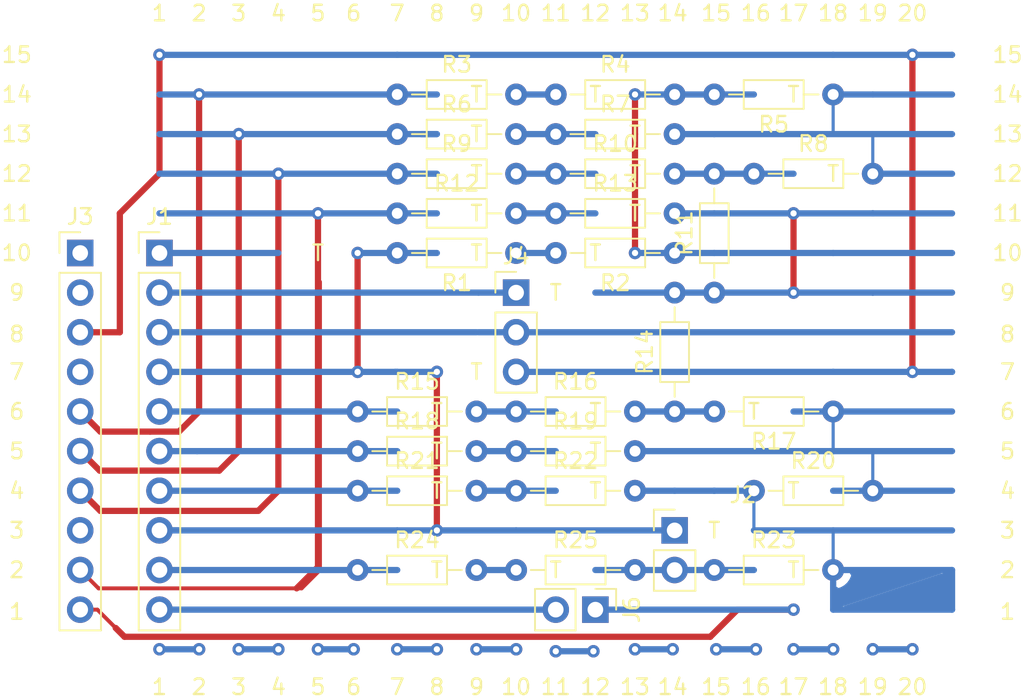
<source format=kicad_pcb>
(kicad_pcb (version 20171130) (host pcbnew "(5.1.4-0-10_14)")

  (general
    (thickness 1.6)
    (drawings 97)
    (tracks 246)
    (zones 0)
    (modules 30)
    (nets 32)
  )

  (page A4)
  (title_block
    (title "Stripboard layout")
  )

  (layers
    (0 F.Cu signal)
    (31 B.Cu signal)
    (32 B.Adhes user hide)
    (33 F.Adhes user hide)
    (34 B.Paste user hide)
    (35 F.Paste user hide)
    (36 B.SilkS user hide)
    (37 F.SilkS user)
    (38 B.Mask user hide)
    (39 F.Mask user hide)
    (40 Dwgs.User user hide)
    (41 Cmts.User user hide)
    (42 Eco1.User user hide)
    (43 Eco2.User user hide)
    (44 Edge.Cuts user hide)
    (45 Margin user hide)
    (46 B.CrtYd user hide)
    (47 F.CrtYd user hide)
    (48 B.Fab user hide)
    (49 F.Fab user hide)
  )

  (setup
    (last_trace_width 0.25)
    (user_trace_width 0.2)
    (user_trace_width 0.4)
    (trace_clearance 0.2)
    (zone_clearance 0.508)
    (zone_45_only no)
    (trace_min 0.2)
    (via_size 0.8)
    (via_drill 0.4)
    (via_min_size 0.4)
    (via_min_drill 0.3)
    (uvia_size 0.3)
    (uvia_drill 0.1)
    (uvias_allowed no)
    (uvia_min_size 0.2)
    (uvia_min_drill 0.1)
    (edge_width 0.05)
    (segment_width 0.2)
    (pcb_text_width 0.3)
    (pcb_text_size 1.5 1.5)
    (mod_edge_width 0.12)
    (mod_text_size 1 1)
    (mod_text_width 0.15)
    (pad_size 1.524 1.524)
    (pad_drill 0.762)
    (pad_to_mask_clearance 0.051)
    (solder_mask_min_width 0.25)
    (aux_axis_origin 0 0)
    (visible_elements FFF9FD17)
    (pcbplotparams
      (layerselection 0x010fc_ffffffff)
      (usegerberextensions false)
      (usegerberattributes false)
      (usegerberadvancedattributes false)
      (creategerberjobfile false)
      (excludeedgelayer true)
      (linewidth 0.100000)
      (plotframeref false)
      (viasonmask false)
      (mode 1)
      (useauxorigin false)
      (hpglpennumber 1)
      (hpglpenspeed 20)
      (hpglpendiameter 15.000000)
      (psnegative false)
      (psa4output false)
      (plotreference true)
      (plotvalue true)
      (plotinvisibletext false)
      (padsonsilk false)
      (subtractmaskfromsilk false)
      (outputformat 1)
      (mirror false)
      (drillshape 1)
      (scaleselection 1)
      (outputdirectory ""))
  )

  (net 0 "")
  (net 1 GND)
  (net 2 DAC_0)
  (net 3 DAC_1)
  (net 4 Video)
  (net 5 DAC_2)
  (net 6 DAC_3)
  (net 7 DAC_4)
  (net 8 DAC_5)
  (net 9 DAC_6)
  (net 10 DAC_7)
  (net 11 "Net-(R1-Pad1)")
  (net 12 "Net-(R2-Pad1)")
  (net 13 "Net-(R3-Pad2)")
  (net 14 "Net-(R5-Pad1)")
  (net 15 "Net-(R6-Pad2)")
  (net 16 "Net-(R10-Pad2)")
  (net 17 "Net-(R10-Pad1)")
  (net 18 "Net-(R11-Pad1)")
  (net 19 "Net-(R12-Pad2)")
  (net 20 "Net-(R14-Pad1)")
  (net 21 "Net-(R15-Pad2)")
  (net 22 "Net-(R17-Pad1)")
  (net 23 "Net-(R18-Pad2)")
  (net 24 "Net-(R20-Pad1)")
  (net 25 "Net-(R21-Pad2)")
  (net 26 "Net-(R24-Pad2)")
  (net 27 R15)
  (net 28 P15)
  (net 29 P16)
  (net 30 F14)
  (net 31 G14)

  (net_class Default "This is the default net class."
    (clearance 0.2)
    (trace_width 0.25)
    (via_dia 0.8)
    (via_drill 0.4)
    (uvia_dia 0.3)
    (uvia_drill 0.1)
    (add_net DAC_0)
    (add_net DAC_1)
    (add_net DAC_2)
    (add_net DAC_3)
    (add_net DAC_4)
    (add_net DAC_5)
    (add_net DAC_6)
    (add_net DAC_7)
    (add_net F14)
    (add_net G14)
    (add_net GND)
    (add_net "Net-(R1-Pad1)")
    (add_net "Net-(R10-Pad1)")
    (add_net "Net-(R10-Pad2)")
    (add_net "Net-(R11-Pad1)")
    (add_net "Net-(R12-Pad2)")
    (add_net "Net-(R14-Pad1)")
    (add_net "Net-(R15-Pad2)")
    (add_net "Net-(R17-Pad1)")
    (add_net "Net-(R18-Pad2)")
    (add_net "Net-(R2-Pad1)")
    (add_net "Net-(R20-Pad1)")
    (add_net "Net-(R21-Pad2)")
    (add_net "Net-(R24-Pad2)")
    (add_net "Net-(R3-Pad2)")
    (add_net "Net-(R5-Pad1)")
    (add_net "Net-(R6-Pad2)")
    (add_net P15)
    (add_net P16)
    (add_net R15)
    (add_net Video)
  )

  (module Resistor_THT:R_Axial_DIN0204_L3.6mm_D1.6mm_P7.62mm_Horizontal (layer F.Cu) (tedit 5AE5139B) (tstamp 5D869181)
    (at 160.02 76.2)
    (descr "Resistor, Axial_DIN0204 series, Axial, Horizontal, pin pitch=7.62mm, 0.167W, length*diameter=3.6*1.6mm^2, http://cdn-reichelt.de/documents/datenblatt/B400/1_4W%23YAG.pdf")
    (tags "Resistor Axial_DIN0204 series Axial Horizontal pin pitch 7.62mm 0.167W length 3.6mm diameter 1.6mm")
    (path /5D8862F5)
    (fp_text reference R23 (at 3.81 -1.92) (layer F.SilkS)
      (effects (font (size 1 1) (thickness 0.15)))
    )
    (fp_text value 220 (at 3.81 1.92) (layer F.Fab)
      (effects (font (size 1 1) (thickness 0.15)))
    )
    (fp_text user %R (at 3.81 0) (layer F.Fab)
      (effects (font (size 0.72 0.72) (thickness 0.108)))
    )
    (fp_line (start 8.57 -1.05) (end -0.95 -1.05) (layer F.CrtYd) (width 0.05))
    (fp_line (start 8.57 1.05) (end 8.57 -1.05) (layer F.CrtYd) (width 0.05))
    (fp_line (start -0.95 1.05) (end 8.57 1.05) (layer F.CrtYd) (width 0.05))
    (fp_line (start -0.95 -1.05) (end -0.95 1.05) (layer F.CrtYd) (width 0.05))
    (fp_line (start 6.68 0) (end 5.73 0) (layer F.SilkS) (width 0.12))
    (fp_line (start 0.94 0) (end 1.89 0) (layer F.SilkS) (width 0.12))
    (fp_line (start 5.73 -0.92) (end 1.89 -0.92) (layer F.SilkS) (width 0.12))
    (fp_line (start 5.73 0.92) (end 5.73 -0.92) (layer F.SilkS) (width 0.12))
    (fp_line (start 1.89 0.92) (end 5.73 0.92) (layer F.SilkS) (width 0.12))
    (fp_line (start 1.89 -0.92) (end 1.89 0.92) (layer F.SilkS) (width 0.12))
    (fp_line (start 7.62 0) (end 5.61 0) (layer F.Fab) (width 0.1))
    (fp_line (start 0 0) (end 2.01 0) (layer F.Fab) (width 0.1))
    (fp_line (start 5.61 -0.8) (end 2.01 -0.8) (layer F.Fab) (width 0.1))
    (fp_line (start 5.61 0.8) (end 5.61 -0.8) (layer F.Fab) (width 0.1))
    (fp_line (start 2.01 0.8) (end 5.61 0.8) (layer F.Fab) (width 0.1))
    (fp_line (start 2.01 -0.8) (end 2.01 0.8) (layer F.Fab) (width 0.1))
    (pad 2 thru_hole oval (at 7.62 0) (size 1.4 1.4) (drill 0.7) (layers *.Cu *.Mask)
      (net 24 "Net-(R20-Pad1)"))
    (pad 1 thru_hole circle (at 0 0) (size 1.4 1.4) (drill 0.7) (layers *.Cu *.Mask)
      (net 4 Video))
    (model ${KISYS3DMOD}/Resistor_THT.3dshapes/R_Axial_DIN0204_L3.6mm_D1.6mm_P7.62mm_Horizontal.wrl
      (at (xyz 0 0 0))
      (scale (xyz 1 1 1))
      (rotate (xyz 0 0 0))
    )
  )

  (module Resistor_THT:R_Axial_DIN0204_L3.6mm_D1.6mm_P7.62mm_Horizontal (layer F.Cu) (tedit 5AE5139B) (tstamp 5D86913C)
    (at 162.56 71.12)
    (descr "Resistor, Axial_DIN0204 series, Axial, Horizontal, pin pitch=7.62mm, 0.167W, length*diameter=3.6*1.6mm^2, http://cdn-reichelt.de/documents/datenblatt/B400/1_4W%23YAG.pdf")
    (tags "Resistor Axial_DIN0204 series Axial Horizontal pin pitch 7.62mm 0.167W length 3.6mm diameter 1.6mm")
    (path /5D88552F)
    (fp_text reference R20 (at 3.81 -1.92) (layer F.SilkS)
      (effects (font (size 1 1) (thickness 0.15)))
    )
    (fp_text value 220 (at 3.81 1.92) (layer F.Fab)
      (effects (font (size 1 1) (thickness 0.15)))
    )
    (fp_text user %R (at 3.81 0) (layer F.Fab)
      (effects (font (size 0.72 0.72) (thickness 0.108)))
    )
    (fp_line (start 8.57 -1.05) (end -0.95 -1.05) (layer F.CrtYd) (width 0.05))
    (fp_line (start 8.57 1.05) (end 8.57 -1.05) (layer F.CrtYd) (width 0.05))
    (fp_line (start -0.95 1.05) (end 8.57 1.05) (layer F.CrtYd) (width 0.05))
    (fp_line (start -0.95 -1.05) (end -0.95 1.05) (layer F.CrtYd) (width 0.05))
    (fp_line (start 6.68 0) (end 5.73 0) (layer F.SilkS) (width 0.12))
    (fp_line (start 0.94 0) (end 1.89 0) (layer F.SilkS) (width 0.12))
    (fp_line (start 5.73 -0.92) (end 1.89 -0.92) (layer F.SilkS) (width 0.12))
    (fp_line (start 5.73 0.92) (end 5.73 -0.92) (layer F.SilkS) (width 0.12))
    (fp_line (start 1.89 0.92) (end 5.73 0.92) (layer F.SilkS) (width 0.12))
    (fp_line (start 1.89 -0.92) (end 1.89 0.92) (layer F.SilkS) (width 0.12))
    (fp_line (start 7.62 0) (end 5.61 0) (layer F.Fab) (width 0.1))
    (fp_line (start 0 0) (end 2.01 0) (layer F.Fab) (width 0.1))
    (fp_line (start 5.61 -0.8) (end 2.01 -0.8) (layer F.Fab) (width 0.1))
    (fp_line (start 5.61 0.8) (end 5.61 -0.8) (layer F.Fab) (width 0.1))
    (fp_line (start 2.01 0.8) (end 5.61 0.8) (layer F.Fab) (width 0.1))
    (fp_line (start 2.01 -0.8) (end 2.01 0.8) (layer F.Fab) (width 0.1))
    (pad 2 thru_hole oval (at 7.62 0) (size 1.4 1.4) (drill 0.7) (layers *.Cu *.Mask)
      (net 22 "Net-(R17-Pad1)"))
    (pad 1 thru_hole circle (at 0 0) (size 1.4 1.4) (drill 0.7) (layers *.Cu *.Mask)
      (net 24 "Net-(R20-Pad1)"))
    (model ${KISYS3DMOD}/Resistor_THT.3dshapes/R_Axial_DIN0204_L3.6mm_D1.6mm_P7.62mm_Horizontal.wrl
      (at (xyz 0 0 0))
      (scale (xyz 1 1 1))
      (rotate (xyz 0 0 0))
    )
  )

  (module Resistor_THT:R_Axial_DIN0204_L3.6mm_D1.6mm_P7.62mm_Horizontal (layer F.Cu) (tedit 5AE5139B) (tstamp 5D8690F7)
    (at 167.64 66.04 180)
    (descr "Resistor, Axial_DIN0204 series, Axial, Horizontal, pin pitch=7.62mm, 0.167W, length*diameter=3.6*1.6mm^2, http://cdn-reichelt.de/documents/datenblatt/B400/1_4W%23YAG.pdf")
    (tags "Resistor Axial_DIN0204 series Axial Horizontal pin pitch 7.62mm 0.167W length 3.6mm diameter 1.6mm")
    (path /5D8847DD)
    (fp_text reference R17 (at 3.81 -1.92) (layer F.SilkS)
      (effects (font (size 1 1) (thickness 0.15)))
    )
    (fp_text value 220 (at 3.81 1.92) (layer F.Fab)
      (effects (font (size 1 1) (thickness 0.15)))
    )
    (fp_text user %R (at 3.81 0) (layer F.Fab)
      (effects (font (size 0.72 0.72) (thickness 0.108)))
    )
    (fp_line (start 8.57 -1.05) (end -0.95 -1.05) (layer F.CrtYd) (width 0.05))
    (fp_line (start 8.57 1.05) (end 8.57 -1.05) (layer F.CrtYd) (width 0.05))
    (fp_line (start -0.95 1.05) (end 8.57 1.05) (layer F.CrtYd) (width 0.05))
    (fp_line (start -0.95 -1.05) (end -0.95 1.05) (layer F.CrtYd) (width 0.05))
    (fp_line (start 6.68 0) (end 5.73 0) (layer F.SilkS) (width 0.12))
    (fp_line (start 0.94 0) (end 1.89 0) (layer F.SilkS) (width 0.12))
    (fp_line (start 5.73 -0.92) (end 1.89 -0.92) (layer F.SilkS) (width 0.12))
    (fp_line (start 5.73 0.92) (end 5.73 -0.92) (layer F.SilkS) (width 0.12))
    (fp_line (start 1.89 0.92) (end 5.73 0.92) (layer F.SilkS) (width 0.12))
    (fp_line (start 1.89 -0.92) (end 1.89 0.92) (layer F.SilkS) (width 0.12))
    (fp_line (start 7.62 0) (end 5.61 0) (layer F.Fab) (width 0.1))
    (fp_line (start 0 0) (end 2.01 0) (layer F.Fab) (width 0.1))
    (fp_line (start 5.61 -0.8) (end 2.01 -0.8) (layer F.Fab) (width 0.1))
    (fp_line (start 5.61 0.8) (end 5.61 -0.8) (layer F.Fab) (width 0.1))
    (fp_line (start 2.01 0.8) (end 5.61 0.8) (layer F.Fab) (width 0.1))
    (fp_line (start 2.01 -0.8) (end 2.01 0.8) (layer F.Fab) (width 0.1))
    (pad 2 thru_hole oval (at 7.62 0 180) (size 1.4 1.4) (drill 0.7) (layers *.Cu *.Mask)
      (net 20 "Net-(R14-Pad1)"))
    (pad 1 thru_hole circle (at 0 0 180) (size 1.4 1.4) (drill 0.7) (layers *.Cu *.Mask)
      (net 22 "Net-(R17-Pad1)"))
    (model ${KISYS3DMOD}/Resistor_THT.3dshapes/R_Axial_DIN0204_L3.6mm_D1.6mm_P7.62mm_Horizontal.wrl
      (at (xyz 0 0 0))
      (scale (xyz 1 1 1))
      (rotate (xyz 0 0 0))
    )
  )

  (module Resistor_THT:R_Axial_DIN0204_L3.6mm_D1.6mm_P7.62mm_Horizontal (layer F.Cu) (tedit 5AE5139B) (tstamp 5DD3ECDD)
    (at 157.48 66.04 90)
    (descr "Resistor, Axial_DIN0204 series, Axial, Horizontal, pin pitch=7.62mm, 0.167W, length*diameter=3.6*1.6mm^2, http://cdn-reichelt.de/documents/datenblatt/B400/1_4W%23YAG.pdf")
    (tags "Resistor Axial_DIN0204 series Axial Horizontal pin pitch 7.62mm 0.167W length 3.6mm diameter 1.6mm")
    (path /5D8839A3)
    (fp_text reference R14 (at 3.81 -1.92 90) (layer F.SilkS)
      (effects (font (size 1 1) (thickness 0.15)))
    )
    (fp_text value 220 (at 3.81 1.92 90) (layer F.Fab)
      (effects (font (size 1 1) (thickness 0.15)))
    )
    (fp_text user %R (at 3.81 0 90) (layer F.Fab)
      (effects (font (size 0.72 0.72) (thickness 0.108)))
    )
    (fp_line (start 8.57 -1.05) (end -0.95 -1.05) (layer F.CrtYd) (width 0.05))
    (fp_line (start 8.57 1.05) (end 8.57 -1.05) (layer F.CrtYd) (width 0.05))
    (fp_line (start -0.95 1.05) (end 8.57 1.05) (layer F.CrtYd) (width 0.05))
    (fp_line (start -0.95 -1.05) (end -0.95 1.05) (layer F.CrtYd) (width 0.05))
    (fp_line (start 6.68 0) (end 5.73 0) (layer F.SilkS) (width 0.12))
    (fp_line (start 0.94 0) (end 1.89 0) (layer F.SilkS) (width 0.12))
    (fp_line (start 5.73 -0.92) (end 1.89 -0.92) (layer F.SilkS) (width 0.12))
    (fp_line (start 5.73 0.92) (end 5.73 -0.92) (layer F.SilkS) (width 0.12))
    (fp_line (start 1.89 0.92) (end 5.73 0.92) (layer F.SilkS) (width 0.12))
    (fp_line (start 1.89 -0.92) (end 1.89 0.92) (layer F.SilkS) (width 0.12))
    (fp_line (start 7.62 0) (end 5.61 0) (layer F.Fab) (width 0.1))
    (fp_line (start 0 0) (end 2.01 0) (layer F.Fab) (width 0.1))
    (fp_line (start 5.61 -0.8) (end 2.01 -0.8) (layer F.Fab) (width 0.1))
    (fp_line (start 5.61 0.8) (end 5.61 -0.8) (layer F.Fab) (width 0.1))
    (fp_line (start 2.01 0.8) (end 5.61 0.8) (layer F.Fab) (width 0.1))
    (fp_line (start 2.01 -0.8) (end 2.01 0.8) (layer F.Fab) (width 0.1))
    (pad 2 thru_hole oval (at 7.62 0 90) (size 1.4 1.4) (drill 0.7) (layers *.Cu *.Mask)
      (net 18 "Net-(R11-Pad1)"))
    (pad 1 thru_hole circle (at 0 0 90) (size 1.4 1.4) (drill 0.7) (layers *.Cu *.Mask)
      (net 20 "Net-(R14-Pad1)"))
    (model ${KISYS3DMOD}/Resistor_THT.3dshapes/R_Axial_DIN0204_L3.6mm_D1.6mm_P7.62mm_Horizontal.wrl
      (at (xyz 0 0 0))
      (scale (xyz 1 1 1))
      (rotate (xyz 0 0 0))
    )
  )

  (module Resistor_THT:R_Axial_DIN0204_L3.6mm_D1.6mm_P7.62mm_Horizontal (layer F.Cu) (tedit 5AE5139B) (tstamp 5DD1680E)
    (at 160.02 58.42 90)
    (descr "Resistor, Axial_DIN0204 series, Axial, Horizontal, pin pitch=7.62mm, 0.167W, length*diameter=3.6*1.6mm^2, http://cdn-reichelt.de/documents/datenblatt/B400/1_4W%23YAG.pdf")
    (tags "Resistor Axial_DIN0204 series Axial Horizontal pin pitch 7.62mm 0.167W length 3.6mm diameter 1.6mm")
    (path /5D882BDD)
    (fp_text reference R11 (at 3.81 -1.92 90) (layer F.SilkS)
      (effects (font (size 1 1) (thickness 0.15)))
    )
    (fp_text value 220 (at 3.81 1.92 90) (layer F.Fab)
      (effects (font (size 1 1) (thickness 0.15)))
    )
    (fp_text user %R (at 3.81 0 90) (layer F.Fab)
      (effects (font (size 0.72 0.72) (thickness 0.108)))
    )
    (fp_line (start 8.57 -1.05) (end -0.95 -1.05) (layer F.CrtYd) (width 0.05))
    (fp_line (start 8.57 1.05) (end 8.57 -1.05) (layer F.CrtYd) (width 0.05))
    (fp_line (start -0.95 1.05) (end 8.57 1.05) (layer F.CrtYd) (width 0.05))
    (fp_line (start -0.95 -1.05) (end -0.95 1.05) (layer F.CrtYd) (width 0.05))
    (fp_line (start 6.68 0) (end 5.73 0) (layer F.SilkS) (width 0.12))
    (fp_line (start 0.94 0) (end 1.89 0) (layer F.SilkS) (width 0.12))
    (fp_line (start 5.73 -0.92) (end 1.89 -0.92) (layer F.SilkS) (width 0.12))
    (fp_line (start 5.73 0.92) (end 5.73 -0.92) (layer F.SilkS) (width 0.12))
    (fp_line (start 1.89 0.92) (end 5.73 0.92) (layer F.SilkS) (width 0.12))
    (fp_line (start 1.89 -0.92) (end 1.89 0.92) (layer F.SilkS) (width 0.12))
    (fp_line (start 7.62 0) (end 5.61 0) (layer F.Fab) (width 0.1))
    (fp_line (start 0 0) (end 2.01 0) (layer F.Fab) (width 0.1))
    (fp_line (start 5.61 -0.8) (end 2.01 -0.8) (layer F.Fab) (width 0.1))
    (fp_line (start 5.61 0.8) (end 5.61 -0.8) (layer F.Fab) (width 0.1))
    (fp_line (start 2.01 0.8) (end 5.61 0.8) (layer F.Fab) (width 0.1))
    (fp_line (start 2.01 -0.8) (end 2.01 0.8) (layer F.Fab) (width 0.1))
    (pad 2 thru_hole oval (at 7.62 0 90) (size 1.4 1.4) (drill 0.7) (layers *.Cu *.Mask)
      (net 16 "Net-(R10-Pad2)"))
    (pad 1 thru_hole circle (at 0 0 90) (size 1.4 1.4) (drill 0.7) (layers *.Cu *.Mask)
      (net 18 "Net-(R11-Pad1)"))
    (model ${KISYS3DMOD}/Resistor_THT.3dshapes/R_Axial_DIN0204_L3.6mm_D1.6mm_P7.62mm_Horizontal.wrl
      (at (xyz 0 0 0))
      (scale (xyz 1 1 1))
      (rotate (xyz 0 0 0))
    )
  )

  (module Resistor_THT:R_Axial_DIN0204_L3.6mm_D1.6mm_P7.62mm_Horizontal (layer F.Cu) (tedit 5AE5139B) (tstamp 5DD16676)
    (at 162.56 50.8)
    (descr "Resistor, Axial_DIN0204 series, Axial, Horizontal, pin pitch=7.62mm, 0.167W, length*diameter=3.6*1.6mm^2, http://cdn-reichelt.de/documents/datenblatt/B400/1_4W%23YAG.pdf")
    (tags "Resistor Axial_DIN0204 series Axial Horizontal pin pitch 7.62mm 0.167W length 3.6mm diameter 1.6mm")
    (path /5D881A03)
    (fp_text reference R8 (at 3.81 -1.92) (layer F.SilkS)
      (effects (font (size 1 1) (thickness 0.15)))
    )
    (fp_text value 220 (at 3.81 1.92) (layer F.Fab)
      (effects (font (size 1 1) (thickness 0.15)))
    )
    (fp_text user %R (at 3.81 0) (layer F.Fab)
      (effects (font (size 0.72 0.72) (thickness 0.108)))
    )
    (fp_line (start 8.57 -1.05) (end -0.95 -1.05) (layer F.CrtYd) (width 0.05))
    (fp_line (start 8.57 1.05) (end 8.57 -1.05) (layer F.CrtYd) (width 0.05))
    (fp_line (start -0.95 1.05) (end 8.57 1.05) (layer F.CrtYd) (width 0.05))
    (fp_line (start -0.95 -1.05) (end -0.95 1.05) (layer F.CrtYd) (width 0.05))
    (fp_line (start 6.68 0) (end 5.73 0) (layer F.SilkS) (width 0.12))
    (fp_line (start 0.94 0) (end 1.89 0) (layer F.SilkS) (width 0.12))
    (fp_line (start 5.73 -0.92) (end 1.89 -0.92) (layer F.SilkS) (width 0.12))
    (fp_line (start 5.73 0.92) (end 5.73 -0.92) (layer F.SilkS) (width 0.12))
    (fp_line (start 1.89 0.92) (end 5.73 0.92) (layer F.SilkS) (width 0.12))
    (fp_line (start 1.89 -0.92) (end 1.89 0.92) (layer F.SilkS) (width 0.12))
    (fp_line (start 7.62 0) (end 5.61 0) (layer F.Fab) (width 0.1))
    (fp_line (start 0 0) (end 2.01 0) (layer F.Fab) (width 0.1))
    (fp_line (start 5.61 -0.8) (end 2.01 -0.8) (layer F.Fab) (width 0.1))
    (fp_line (start 5.61 0.8) (end 5.61 -0.8) (layer F.Fab) (width 0.1))
    (fp_line (start 2.01 0.8) (end 5.61 0.8) (layer F.Fab) (width 0.1))
    (fp_line (start 2.01 -0.8) (end 2.01 0.8) (layer F.Fab) (width 0.1))
    (pad 2 thru_hole oval (at 7.62 0) (size 1.4 1.4) (drill 0.7) (layers *.Cu *.Mask)
      (net 14 "Net-(R5-Pad1)"))
    (pad 1 thru_hole circle (at 0 0) (size 1.4 1.4) (drill 0.7) (layers *.Cu *.Mask)
      (net 16 "Net-(R10-Pad2)"))
    (model ${KISYS3DMOD}/Resistor_THT.3dshapes/R_Axial_DIN0204_L3.6mm_D1.6mm_P7.62mm_Horizontal.wrl
      (at (xyz 0 0 0))
      (scale (xyz 1 1 1))
      (rotate (xyz 0 0 0))
    )
  )

  (module Resistor_THT:R_Axial_DIN0204_L3.6mm_D1.6mm_P7.62mm_Horizontal (layer F.Cu) (tedit 5AE5139B) (tstamp 5DD40854)
    (at 167.64 45.72 180)
    (descr "Resistor, Axial_DIN0204 series, Axial, Horizontal, pin pitch=7.62mm, 0.167W, length*diameter=3.6*1.6mm^2, http://cdn-reichelt.de/documents/datenblatt/B400/1_4W%23YAG.pdf")
    (tags "Resistor Axial_DIN0204 series Axial Horizontal pin pitch 7.62mm 0.167W length 3.6mm diameter 1.6mm")
    (path /5D7E21F8)
    (fp_text reference R5 (at 3.81 -1.92) (layer F.SilkS)
      (effects (font (size 1 1) (thickness 0.15)))
    )
    (fp_text value 220 (at 3.81 1.92) (layer F.Fab)
      (effects (font (size 1 1) (thickness 0.15)))
    )
    (fp_text user %R (at 3.81 0) (layer F.Fab)
      (effects (font (size 0.72 0.72) (thickness 0.108)))
    )
    (fp_line (start 8.57 -1.05) (end -0.95 -1.05) (layer F.CrtYd) (width 0.05))
    (fp_line (start 8.57 1.05) (end 8.57 -1.05) (layer F.CrtYd) (width 0.05))
    (fp_line (start -0.95 1.05) (end 8.57 1.05) (layer F.CrtYd) (width 0.05))
    (fp_line (start -0.95 -1.05) (end -0.95 1.05) (layer F.CrtYd) (width 0.05))
    (fp_line (start 6.68 0) (end 5.73 0) (layer F.SilkS) (width 0.12))
    (fp_line (start 0.94 0) (end 1.89 0) (layer F.SilkS) (width 0.12))
    (fp_line (start 5.73 -0.92) (end 1.89 -0.92) (layer F.SilkS) (width 0.12))
    (fp_line (start 5.73 0.92) (end 5.73 -0.92) (layer F.SilkS) (width 0.12))
    (fp_line (start 1.89 0.92) (end 5.73 0.92) (layer F.SilkS) (width 0.12))
    (fp_line (start 1.89 -0.92) (end 1.89 0.92) (layer F.SilkS) (width 0.12))
    (fp_line (start 7.62 0) (end 5.61 0) (layer F.Fab) (width 0.1))
    (fp_line (start 0 0) (end 2.01 0) (layer F.Fab) (width 0.1))
    (fp_line (start 5.61 -0.8) (end 2.01 -0.8) (layer F.Fab) (width 0.1))
    (fp_line (start 5.61 0.8) (end 5.61 -0.8) (layer F.Fab) (width 0.1))
    (fp_line (start 2.01 0.8) (end 5.61 0.8) (layer F.Fab) (width 0.1))
    (fp_line (start 2.01 -0.8) (end 2.01 0.8) (layer F.Fab) (width 0.1))
    (pad 2 thru_hole oval (at 7.62 0 180) (size 1.4 1.4) (drill 0.7) (layers *.Cu *.Mask)
      (net 12 "Net-(R2-Pad1)"))
    (pad 1 thru_hole circle (at 0 0 180) (size 1.4 1.4) (drill 0.7) (layers *.Cu *.Mask)
      (net 14 "Net-(R5-Pad1)"))
    (model ${KISYS3DMOD}/Resistor_THT.3dshapes/R_Axial_DIN0204_L3.6mm_D1.6mm_P7.62mm_Horizontal.wrl
      (at (xyz 0 0 0))
      (scale (xyz 1 1 1))
      (rotate (xyz 0 0 0))
    )
  )

  (module Connector_PinHeader_2.54mm:PinHeader_1x10_P2.54mm_Vertical (layer F.Cu) (tedit 59FED5CC) (tstamp 5DD3DC4C)
    (at 119.38 55.88)
    (descr "Through hole straight pin header, 1x10, 2.54mm pitch, single row")
    (tags "Through hole pin header THT 1x10 2.54mm single row")
    (path /5DD42765)
    (fp_text reference J3 (at 0 -2.33) (layer F.SilkS)
      (effects (font (size 1 1) (thickness 0.15)))
    )
    (fp_text value Conn_01x10_Male (at 0 25.19) (layer F.Fab)
      (effects (font (size 1 1) (thickness 0.15)))
    )
    (fp_text user %R (at 0 11.43 90) (layer F.Fab)
      (effects (font (size 1 1) (thickness 0.15)))
    )
    (fp_line (start 1.8 -1.8) (end -1.8 -1.8) (layer F.CrtYd) (width 0.05))
    (fp_line (start 1.8 24.65) (end 1.8 -1.8) (layer F.CrtYd) (width 0.05))
    (fp_line (start -1.8 24.65) (end 1.8 24.65) (layer F.CrtYd) (width 0.05))
    (fp_line (start -1.8 -1.8) (end -1.8 24.65) (layer F.CrtYd) (width 0.05))
    (fp_line (start -1.33 -1.33) (end 0 -1.33) (layer F.SilkS) (width 0.12))
    (fp_line (start -1.33 0) (end -1.33 -1.33) (layer F.SilkS) (width 0.12))
    (fp_line (start -1.33 1.27) (end 1.33 1.27) (layer F.SilkS) (width 0.12))
    (fp_line (start 1.33 1.27) (end 1.33 24.19) (layer F.SilkS) (width 0.12))
    (fp_line (start -1.33 1.27) (end -1.33 24.19) (layer F.SilkS) (width 0.12))
    (fp_line (start -1.33 24.19) (end 1.33 24.19) (layer F.SilkS) (width 0.12))
    (fp_line (start -1.27 -0.635) (end -0.635 -1.27) (layer F.Fab) (width 0.1))
    (fp_line (start -1.27 24.13) (end -1.27 -0.635) (layer F.Fab) (width 0.1))
    (fp_line (start 1.27 24.13) (end -1.27 24.13) (layer F.Fab) (width 0.1))
    (fp_line (start 1.27 -1.27) (end 1.27 24.13) (layer F.Fab) (width 0.1))
    (fp_line (start -0.635 -1.27) (end 1.27 -1.27) (layer F.Fab) (width 0.1))
    (pad 10 thru_hole oval (at 0 22.86) (size 1.7 1.7) (drill 1) (layers *.Cu *.Mask)
      (net 31 G14))
    (pad 9 thru_hole oval (at 0 20.32) (size 1.7 1.7) (drill 1) (layers *.Cu *.Mask)
      (net 6 DAC_3))
    (pad 8 thru_hole oval (at 0 17.78) (size 1.7 1.7) (drill 1) (layers *.Cu *.Mask))
    (pad 7 thru_hole oval (at 0 15.24) (size 1.7 1.7) (drill 1) (layers *.Cu *.Mask)
      (net 5 DAC_2))
    (pad 6 thru_hole oval (at 0 12.7) (size 1.7 1.7) (drill 1) (layers *.Cu *.Mask)
      (net 3 DAC_1))
    (pad 5 thru_hole oval (at 0 10.16) (size 1.7 1.7) (drill 1) (layers *.Cu *.Mask)
      (net 2 DAC_0))
    (pad 4 thru_hole oval (at 0 7.62) (size 1.7 1.7) (drill 1) (layers *.Cu *.Mask))
    (pad 3 thru_hole oval (at 0 5.08) (size 1.7 1.7) (drill 1) (layers *.Cu *.Mask)
      (net 29 P16))
    (pad 2 thru_hole oval (at 0 2.54) (size 1.7 1.7) (drill 1) (layers *.Cu *.Mask))
    (pad 1 thru_hole rect (at 0 0) (size 1.7 1.7) (drill 1) (layers *.Cu *.Mask))
    (model ${KISYS3DMOD}/Connector_PinHeader_2.54mm.3dshapes/PinHeader_1x10_P2.54mm_Vertical.wrl
      (at (xyz 0 0 0))
      (scale (xyz 1 1 1))
      (rotate (xyz 0 0 0))
    )
  )

  (module Connector_PinHeader_2.54mm:PinHeader_1x10_P2.54mm_Vertical (layer F.Cu) (tedit 59FED5CC) (tstamp 5DD3DC04)
    (at 124.46 55.88)
    (descr "Through hole straight pin header, 1x10, 2.54mm pitch, single row")
    (tags "Through hole pin header THT 1x10 2.54mm single row")
    (path /5DD3E563)
    (fp_text reference J1 (at 0 -2.33) (layer F.SilkS)
      (effects (font (size 1 1) (thickness 0.15)))
    )
    (fp_text value Conn_01x10_Male (at 0 25.19) (layer F.Fab)
      (effects (font (size 1 1) (thickness 0.15)))
    )
    (fp_text user %R (at 0 11.43 90) (layer F.Fab)
      (effects (font (size 1 1) (thickness 0.15)))
    )
    (fp_line (start 1.8 -1.8) (end -1.8 -1.8) (layer F.CrtYd) (width 0.05))
    (fp_line (start 1.8 24.65) (end 1.8 -1.8) (layer F.CrtYd) (width 0.05))
    (fp_line (start -1.8 24.65) (end 1.8 24.65) (layer F.CrtYd) (width 0.05))
    (fp_line (start -1.8 -1.8) (end -1.8 24.65) (layer F.CrtYd) (width 0.05))
    (fp_line (start -1.33 -1.33) (end 0 -1.33) (layer F.SilkS) (width 0.12))
    (fp_line (start -1.33 0) (end -1.33 -1.33) (layer F.SilkS) (width 0.12))
    (fp_line (start -1.33 1.27) (end 1.33 1.27) (layer F.SilkS) (width 0.12))
    (fp_line (start 1.33 1.27) (end 1.33 24.19) (layer F.SilkS) (width 0.12))
    (fp_line (start -1.33 1.27) (end -1.33 24.19) (layer F.SilkS) (width 0.12))
    (fp_line (start -1.33 24.19) (end 1.33 24.19) (layer F.SilkS) (width 0.12))
    (fp_line (start -1.27 -0.635) (end -0.635 -1.27) (layer F.Fab) (width 0.1))
    (fp_line (start -1.27 24.13) (end -1.27 -0.635) (layer F.Fab) (width 0.1))
    (fp_line (start 1.27 24.13) (end -1.27 24.13) (layer F.Fab) (width 0.1))
    (fp_line (start 1.27 -1.27) (end 1.27 24.13) (layer F.Fab) (width 0.1))
    (fp_line (start -0.635 -1.27) (end 1.27 -1.27) (layer F.Fab) (width 0.1))
    (pad 10 thru_hole oval (at 0 22.86) (size 1.7 1.7) (drill 1) (layers *.Cu *.Mask)
      (net 30 F14))
    (pad 9 thru_hole oval (at 0 20.32) (size 1.7 1.7) (drill 1) (layers *.Cu *.Mask)
      (net 10 DAC_7))
    (pad 8 thru_hole oval (at 0 17.78) (size 1.7 1.7) (drill 1) (layers *.Cu *.Mask)
      (net 1 GND))
    (pad 7 thru_hole oval (at 0 15.24) (size 1.7 1.7) (drill 1) (layers *.Cu *.Mask)
      (net 9 DAC_6))
    (pad 6 thru_hole oval (at 0 12.7) (size 1.7 1.7) (drill 1) (layers *.Cu *.Mask)
      (net 8 DAC_5))
    (pad 5 thru_hole oval (at 0 10.16) (size 1.7 1.7) (drill 1) (layers *.Cu *.Mask)
      (net 7 DAC_4))
    (pad 4 thru_hole oval (at 0 7.62) (size 1.7 1.7) (drill 1) (layers *.Cu *.Mask)
      (net 1 GND))
    (pad 3 thru_hole oval (at 0 5.08) (size 1.7 1.7) (drill 1) (layers *.Cu *.Mask)
      (net 28 P15))
    (pad 2 thru_hole oval (at 0 2.54) (size 1.7 1.7) (drill 1) (layers *.Cu *.Mask)
      (net 27 R15))
    (pad 1 thru_hole rect (at 0 0) (size 1.7 1.7) (drill 1) (layers *.Cu *.Mask))
    (model ${KISYS3DMOD}/Connector_PinHeader_2.54mm.3dshapes/PinHeader_1x10_P2.54mm_Vertical.wrl
      (at (xyz 0 0 0))
      (scale (xyz 1 1 1))
      (rotate (xyz 0 0 0))
    )
  )

  (module Connector_PinHeader_2.54mm:PinHeader_1x02_P2.54mm_Vertical (layer F.Cu) (tedit 59FED5CC) (tstamp 5DD31E38)
    (at 152.4 78.74 270)
    (descr "Through hole straight pin header, 1x02, 2.54mm pitch, single row")
    (tags "Through hole pin header THT 1x02 2.54mm single row")
    (path /5DD56678)
    (fp_text reference J6 (at 0 -2.33 90) (layer F.SilkS)
      (effects (font (size 1 1) (thickness 0.15)))
    )
    (fp_text value Conn_01x02_Male (at 0 4.87 90) (layer F.Fab)
      (effects (font (size 1 1) (thickness 0.15)))
    )
    (fp_text user %R (at 0 1.27) (layer F.Fab)
      (effects (font (size 1 1) (thickness 0.15)))
    )
    (fp_line (start 1.8 -1.8) (end -1.8 -1.8) (layer F.CrtYd) (width 0.05))
    (fp_line (start 1.8 4.35) (end 1.8 -1.8) (layer F.CrtYd) (width 0.05))
    (fp_line (start -1.8 4.35) (end 1.8 4.35) (layer F.CrtYd) (width 0.05))
    (fp_line (start -1.8 -1.8) (end -1.8 4.35) (layer F.CrtYd) (width 0.05))
    (fp_line (start -1.33 -1.33) (end 0 -1.33) (layer F.SilkS) (width 0.12))
    (fp_line (start -1.33 0) (end -1.33 -1.33) (layer F.SilkS) (width 0.12))
    (fp_line (start -1.33 1.27) (end 1.33 1.27) (layer F.SilkS) (width 0.12))
    (fp_line (start 1.33 1.27) (end 1.33 3.87) (layer F.SilkS) (width 0.12))
    (fp_line (start -1.33 1.27) (end -1.33 3.87) (layer F.SilkS) (width 0.12))
    (fp_line (start -1.33 3.87) (end 1.33 3.87) (layer F.SilkS) (width 0.12))
    (fp_line (start -1.27 -0.635) (end -0.635 -1.27) (layer F.Fab) (width 0.1))
    (fp_line (start -1.27 3.81) (end -1.27 -0.635) (layer F.Fab) (width 0.1))
    (fp_line (start 1.27 3.81) (end -1.27 3.81) (layer F.Fab) (width 0.1))
    (fp_line (start 1.27 -1.27) (end 1.27 3.81) (layer F.Fab) (width 0.1))
    (fp_line (start -0.635 -1.27) (end 1.27 -1.27) (layer F.Fab) (width 0.1))
    (pad 2 thru_hole oval (at 0 2.54 270) (size 1.7 1.7) (drill 1) (layers *.Cu *.Mask)
      (net 30 F14))
    (pad 1 thru_hole rect (at 0 0 270) (size 1.7 1.7) (drill 1) (layers *.Cu *.Mask)
      (net 31 G14))
    (model ${KISYS3DMOD}/Connector_PinHeader_2.54mm.3dshapes/PinHeader_1x02_P2.54mm_Vertical.wrl
      (at (xyz 0 0 0))
      (scale (xyz 1 1 1))
      (rotate (xyz 0 0 0))
    )
  )

  (module Resistor_THT:R_Axial_DIN0204_L3.6mm_D1.6mm_P7.62mm_Horizontal (layer F.Cu) (tedit 5AE5139B) (tstamp 5DD17510)
    (at 137.16 76.2)
    (descr "Resistor, Axial_DIN0204 series, Axial, Horizontal, pin pitch=7.62mm, 0.167W, length*diameter=3.6*1.6mm^2, http://cdn-reichelt.de/documents/datenblatt/B400/1_4W%23YAG.pdf")
    (tags "Resistor Axial_DIN0204 series Axial Horizontal pin pitch 7.62mm 0.167W length 3.6mm diameter 1.6mm")
    (path /5D886D21)
    (fp_text reference R24 (at 3.81 -1.92) (layer F.SilkS)
      (effects (font (size 1 1) (thickness 0.15)))
    )
    (fp_text value 220 (at 3.81 1.92) (layer F.Fab)
      (effects (font (size 1 1) (thickness 0.15)))
    )
    (fp_line (start 2.01 -0.8) (end 2.01 0.8) (layer F.Fab) (width 0.1))
    (fp_line (start 2.01 0.8) (end 5.61 0.8) (layer F.Fab) (width 0.1))
    (fp_line (start 5.61 0.8) (end 5.61 -0.8) (layer F.Fab) (width 0.1))
    (fp_line (start 5.61 -0.8) (end 2.01 -0.8) (layer F.Fab) (width 0.1))
    (fp_line (start 0 0) (end 2.01 0) (layer F.Fab) (width 0.1))
    (fp_line (start 7.62 0) (end 5.61 0) (layer F.Fab) (width 0.1))
    (fp_line (start 1.89 -0.92) (end 1.89 0.92) (layer F.SilkS) (width 0.12))
    (fp_line (start 1.89 0.92) (end 5.73 0.92) (layer F.SilkS) (width 0.12))
    (fp_line (start 5.73 0.92) (end 5.73 -0.92) (layer F.SilkS) (width 0.12))
    (fp_line (start 5.73 -0.92) (end 1.89 -0.92) (layer F.SilkS) (width 0.12))
    (fp_line (start 0.94 0) (end 1.89 0) (layer F.SilkS) (width 0.12))
    (fp_line (start 6.68 0) (end 5.73 0) (layer F.SilkS) (width 0.12))
    (fp_line (start -0.95 -1.05) (end -0.95 1.05) (layer F.CrtYd) (width 0.05))
    (fp_line (start -0.95 1.05) (end 8.57 1.05) (layer F.CrtYd) (width 0.05))
    (fp_line (start 8.57 1.05) (end 8.57 -1.05) (layer F.CrtYd) (width 0.05))
    (fp_line (start 8.57 -1.05) (end -0.95 -1.05) (layer F.CrtYd) (width 0.05))
    (fp_text user %R (at 3.81 0) (layer F.Fab)
      (effects (font (size 0.72 0.72) (thickness 0.108)))
    )
    (pad 1 thru_hole circle (at 0 0) (size 1.4 1.4) (drill 0.7) (layers *.Cu *.Mask)
      (net 10 DAC_7))
    (pad 2 thru_hole oval (at 7.62 0) (size 1.4 1.4) (drill 0.7) (layers *.Cu *.Mask)
      (net 26 "Net-(R24-Pad2)"))
    (model ${KISYS3DMOD}/Resistor_THT.3dshapes/R_Axial_DIN0204_L3.6mm_D1.6mm_P7.62mm_Horizontal.wrl
      (at (xyz 0 0 0))
      (scale (xyz 1 1 1))
      (rotate (xyz 0 0 0))
    )
  )

  (module Resistor_THT:R_Axial_DIN0204_L3.6mm_D1.6mm_P7.62mm_Horizontal (layer F.Cu) (tedit 5AE5139B) (tstamp 5DD1725D)
    (at 137.16 66.04)
    (descr "Resistor, Axial_DIN0204 series, Axial, Horizontal, pin pitch=7.62mm, 0.167W, length*diameter=3.6*1.6mm^2, http://cdn-reichelt.de/documents/datenblatt/B400/1_4W%23YAG.pdf")
    (tags "Resistor Axial_DIN0204 series Axial Horizontal pin pitch 7.62mm 0.167W length 3.6mm diameter 1.6mm")
    (path /5D8847E3)
    (fp_text reference R15 (at 3.81 -1.92) (layer F.SilkS)
      (effects (font (size 1 1) (thickness 0.15)))
    )
    (fp_text value 220 (at 3.81 1.92) (layer F.Fab)
      (effects (font (size 1 1) (thickness 0.15)))
    )
    (fp_line (start 2.01 -0.8) (end 2.01 0.8) (layer F.Fab) (width 0.1))
    (fp_line (start 2.01 0.8) (end 5.61 0.8) (layer F.Fab) (width 0.1))
    (fp_line (start 5.61 0.8) (end 5.61 -0.8) (layer F.Fab) (width 0.1))
    (fp_line (start 5.61 -0.8) (end 2.01 -0.8) (layer F.Fab) (width 0.1))
    (fp_line (start 0 0) (end 2.01 0) (layer F.Fab) (width 0.1))
    (fp_line (start 7.62 0) (end 5.61 0) (layer F.Fab) (width 0.1))
    (fp_line (start 1.89 -0.92) (end 1.89 0.92) (layer F.SilkS) (width 0.12))
    (fp_line (start 1.89 0.92) (end 5.73 0.92) (layer F.SilkS) (width 0.12))
    (fp_line (start 5.73 0.92) (end 5.73 -0.92) (layer F.SilkS) (width 0.12))
    (fp_line (start 5.73 -0.92) (end 1.89 -0.92) (layer F.SilkS) (width 0.12))
    (fp_line (start 0.94 0) (end 1.89 0) (layer F.SilkS) (width 0.12))
    (fp_line (start 6.68 0) (end 5.73 0) (layer F.SilkS) (width 0.12))
    (fp_line (start -0.95 -1.05) (end -0.95 1.05) (layer F.CrtYd) (width 0.05))
    (fp_line (start -0.95 1.05) (end 8.57 1.05) (layer F.CrtYd) (width 0.05))
    (fp_line (start 8.57 1.05) (end 8.57 -1.05) (layer F.CrtYd) (width 0.05))
    (fp_line (start 8.57 -1.05) (end -0.95 -1.05) (layer F.CrtYd) (width 0.05))
    (fp_text user %R (at 3.81 0) (layer F.Fab)
      (effects (font (size 0.72 0.72) (thickness 0.108)))
    )
    (pad 1 thru_hole circle (at 0 0) (size 1.4 1.4) (drill 0.7) (layers *.Cu *.Mask)
      (net 7 DAC_4))
    (pad 2 thru_hole oval (at 7.62 0) (size 1.4 1.4) (drill 0.7) (layers *.Cu *.Mask)
      (net 21 "Net-(R15-Pad2)"))
    (model ${KISYS3DMOD}/Resistor_THT.3dshapes/R_Axial_DIN0204_L3.6mm_D1.6mm_P7.62mm_Horizontal.wrl
      (at (xyz 0 0 0))
      (scale (xyz 1 1 1))
      (rotate (xyz 0 0 0))
    )
  )

  (module Resistor_THT:R_Axial_DIN0204_L3.6mm_D1.6mm_P7.62mm_Horizontal (layer F.Cu) (tedit 5AE5139B) (tstamp 5DD17289)
    (at 137.16 68.58)
    (descr "Resistor, Axial_DIN0204 series, Axial, Horizontal, pin pitch=7.62mm, 0.167W, length*diameter=3.6*1.6mm^2, http://cdn-reichelt.de/documents/datenblatt/B400/1_4W%23YAG.pdf")
    (tags "Resistor Axial_DIN0204 series Axial Horizontal pin pitch 7.62mm 0.167W length 3.6mm diameter 1.6mm")
    (path /5D885535)
    (fp_text reference R18 (at 3.81 -1.92) (layer F.SilkS)
      (effects (font (size 1 1) (thickness 0.15)))
    )
    (fp_text value 220 (at 3.81 1.92) (layer F.Fab)
      (effects (font (size 1 1) (thickness 0.15)))
    )
    (fp_line (start 2.01 -0.8) (end 2.01 0.8) (layer F.Fab) (width 0.1))
    (fp_line (start 2.01 0.8) (end 5.61 0.8) (layer F.Fab) (width 0.1))
    (fp_line (start 5.61 0.8) (end 5.61 -0.8) (layer F.Fab) (width 0.1))
    (fp_line (start 5.61 -0.8) (end 2.01 -0.8) (layer F.Fab) (width 0.1))
    (fp_line (start 0 0) (end 2.01 0) (layer F.Fab) (width 0.1))
    (fp_line (start 7.62 0) (end 5.61 0) (layer F.Fab) (width 0.1))
    (fp_line (start 1.89 -0.92) (end 1.89 0.92) (layer F.SilkS) (width 0.12))
    (fp_line (start 1.89 0.92) (end 5.73 0.92) (layer F.SilkS) (width 0.12))
    (fp_line (start 5.73 0.92) (end 5.73 -0.92) (layer F.SilkS) (width 0.12))
    (fp_line (start 5.73 -0.92) (end 1.89 -0.92) (layer F.SilkS) (width 0.12))
    (fp_line (start 0.94 0) (end 1.89 0) (layer F.SilkS) (width 0.12))
    (fp_line (start 6.68 0) (end 5.73 0) (layer F.SilkS) (width 0.12))
    (fp_line (start -0.95 -1.05) (end -0.95 1.05) (layer F.CrtYd) (width 0.05))
    (fp_line (start -0.95 1.05) (end 8.57 1.05) (layer F.CrtYd) (width 0.05))
    (fp_line (start 8.57 1.05) (end 8.57 -1.05) (layer F.CrtYd) (width 0.05))
    (fp_line (start 8.57 -1.05) (end -0.95 -1.05) (layer F.CrtYd) (width 0.05))
    (fp_text user %R (at 3.81 0) (layer F.Fab)
      (effects (font (size 0.72 0.72) (thickness 0.108)))
    )
    (pad 1 thru_hole circle (at 0 0) (size 1.4 1.4) (drill 0.7) (layers *.Cu *.Mask)
      (net 8 DAC_5))
    (pad 2 thru_hole oval (at 7.62 0) (size 1.4 1.4) (drill 0.7) (layers *.Cu *.Mask)
      (net 23 "Net-(R18-Pad2)"))
    (model ${KISYS3DMOD}/Resistor_THT.3dshapes/R_Axial_DIN0204_L3.6mm_D1.6mm_P7.62mm_Horizontal.wrl
      (at (xyz 0 0 0))
      (scale (xyz 1 1 1))
      (rotate (xyz 0 0 0))
    )
  )

  (module Resistor_THT:R_Axial_DIN0204_L3.6mm_D1.6mm_P7.62mm_Horizontal (layer F.Cu) (tedit 5AE5139B) (tstamp 5DD172B5)
    (at 137.16 71.12)
    (descr "Resistor, Axial_DIN0204 series, Axial, Horizontal, pin pitch=7.62mm, 0.167W, length*diameter=3.6*1.6mm^2, http://cdn-reichelt.de/documents/datenblatt/B400/1_4W%23YAG.pdf")
    (tags "Resistor Axial_DIN0204 series Axial Horizontal pin pitch 7.62mm 0.167W length 3.6mm diameter 1.6mm")
    (path /5D8862FB)
    (fp_text reference R21 (at 3.81 -1.92) (layer F.SilkS)
      (effects (font (size 1 1) (thickness 0.15)))
    )
    (fp_text value 220 (at 3.81 1.92) (layer F.Fab)
      (effects (font (size 1 1) (thickness 0.15)))
    )
    (fp_line (start 2.01 -0.8) (end 2.01 0.8) (layer F.Fab) (width 0.1))
    (fp_line (start 2.01 0.8) (end 5.61 0.8) (layer F.Fab) (width 0.1))
    (fp_line (start 5.61 0.8) (end 5.61 -0.8) (layer F.Fab) (width 0.1))
    (fp_line (start 5.61 -0.8) (end 2.01 -0.8) (layer F.Fab) (width 0.1))
    (fp_line (start 0 0) (end 2.01 0) (layer F.Fab) (width 0.1))
    (fp_line (start 7.62 0) (end 5.61 0) (layer F.Fab) (width 0.1))
    (fp_line (start 1.89 -0.92) (end 1.89 0.92) (layer F.SilkS) (width 0.12))
    (fp_line (start 1.89 0.92) (end 5.73 0.92) (layer F.SilkS) (width 0.12))
    (fp_line (start 5.73 0.92) (end 5.73 -0.92) (layer F.SilkS) (width 0.12))
    (fp_line (start 5.73 -0.92) (end 1.89 -0.92) (layer F.SilkS) (width 0.12))
    (fp_line (start 0.94 0) (end 1.89 0) (layer F.SilkS) (width 0.12))
    (fp_line (start 6.68 0) (end 5.73 0) (layer F.SilkS) (width 0.12))
    (fp_line (start -0.95 -1.05) (end -0.95 1.05) (layer F.CrtYd) (width 0.05))
    (fp_line (start -0.95 1.05) (end 8.57 1.05) (layer F.CrtYd) (width 0.05))
    (fp_line (start 8.57 1.05) (end 8.57 -1.05) (layer F.CrtYd) (width 0.05))
    (fp_line (start 8.57 -1.05) (end -0.95 -1.05) (layer F.CrtYd) (width 0.05))
    (fp_text user %R (at 3.81 0) (layer F.Fab)
      (effects (font (size 0.72 0.72) (thickness 0.108)))
    )
    (pad 1 thru_hole circle (at 0 0) (size 1.4 1.4) (drill 0.7) (layers *.Cu *.Mask)
      (net 9 DAC_6))
    (pad 2 thru_hole oval (at 7.62 0) (size 1.4 1.4) (drill 0.7) (layers *.Cu *.Mask)
      (net 25 "Net-(R21-Pad2)"))
    (model ${KISYS3DMOD}/Resistor_THT.3dshapes/R_Axial_DIN0204_L3.6mm_D1.6mm_P7.62mm_Horizontal.wrl
      (at (xyz 0 0 0))
      (scale (xyz 1 1 1))
      (rotate (xyz 0 0 0))
    )
  )

  (module Connector_PinHeader_2.54mm:PinHeader_1x02_P2.54mm_Vertical (layer F.Cu) (tedit 59FED5CC) (tstamp 5D7E7D0D)
    (at 157.48 73.66)
    (descr "Through hole straight pin header, 1x02, 2.54mm pitch, single row")
    (tags "Through hole pin header THT 1x02 2.54mm single row")
    (path /5D7E6A19)
    (fp_text reference J2 (at 4.385 -2.27) (layer F.SilkS)
      (effects (font (size 1 1) (thickness 0.15)))
    )
    (fp_text value Conn_01x02_Male (at 4.385 4.81) (layer F.Fab)
      (effects (font (size 1 1) (thickness 0.15)))
    )
    (fp_text user %R (at 2.77 1.27 90) (layer F.Fab)
      (effects (font (size 1 1) (thickness 0.15)))
    )
    (fp_line (start 1.8 -1.8) (end -1.8 -1.8) (layer F.CrtYd) (width 0.05))
    (fp_line (start 1.8 4.35) (end 1.8 -1.8) (layer F.CrtYd) (width 0.05))
    (fp_line (start -1.8 4.35) (end 1.8 4.35) (layer F.CrtYd) (width 0.05))
    (fp_line (start -1.8 -1.8) (end -1.8 4.35) (layer F.CrtYd) (width 0.05))
    (fp_line (start -1.33 -1.33) (end 0 -1.33) (layer F.SilkS) (width 0.12))
    (fp_line (start -1.33 0) (end -1.33 -1.33) (layer F.SilkS) (width 0.12))
    (fp_line (start -1.33 1.27) (end 1.33 1.27) (layer F.SilkS) (width 0.12))
    (fp_line (start 1.33 1.27) (end 1.33 3.87) (layer F.SilkS) (width 0.12))
    (fp_line (start -1.33 1.27) (end -1.33 3.87) (layer F.SilkS) (width 0.12))
    (fp_line (start -1.33 3.87) (end 1.33 3.87) (layer F.SilkS) (width 0.12))
    (fp_line (start -1.27 -0.635) (end -0.635 -1.27) (layer F.Fab) (width 0.1))
    (fp_line (start -1.27 3.81) (end -1.27 -0.635) (layer F.Fab) (width 0.1))
    (fp_line (start 1.27 3.81) (end -1.27 3.81) (layer F.Fab) (width 0.1))
    (fp_line (start 1.27 -1.27) (end 1.27 3.81) (layer F.Fab) (width 0.1))
    (fp_line (start -0.635 -1.27) (end 1.27 -1.27) (layer F.Fab) (width 0.1))
    (pad 2 thru_hole oval (at 0 2.54) (size 1.7 1.7) (drill 1) (layers *.Cu *.Mask)
      (net 4 Video))
    (pad 1 thru_hole rect (at 0 0) (size 1.7 1.7) (drill 1) (layers *.Cu *.Mask)
      (net 1 GND))
    (model ${KISYS3DMOD}/Connector_PinHeader_2.54mm.3dshapes/PinHeader_1x02_P2.54mm_Vertical.wrl
      (at (xyz 0 0 0))
      (scale (xyz 1 1 1))
      (rotate (xyz 0 0 0))
    )
  )

  (module Connector_PinHeader_2.54mm:PinHeader_1x03_P2.54mm_Vertical (layer F.Cu) (tedit 59FED5CC) (tstamp 5DD17180)
    (at 147.32 58.42)
    (descr "Through hole straight pin header, 1x03, 2.54mm pitch, single row")
    (tags "Through hole pin header THT 1x03 2.54mm single row")
    (path /5DDD7EE2)
    (fp_text reference J4 (at 0 -2.33) (layer F.SilkS)
      (effects (font (size 1 1) (thickness 0.15)))
    )
    (fp_text value Conn_01x03_Female (at 0 7.41) (layer F.Fab)
      (effects (font (size 1 1) (thickness 0.15)))
    )
    (fp_line (start -0.635 -1.27) (end 1.27 -1.27) (layer F.Fab) (width 0.1))
    (fp_line (start 1.27 -1.27) (end 1.27 6.35) (layer F.Fab) (width 0.1))
    (fp_line (start 1.27 6.35) (end -1.27 6.35) (layer F.Fab) (width 0.1))
    (fp_line (start -1.27 6.35) (end -1.27 -0.635) (layer F.Fab) (width 0.1))
    (fp_line (start -1.27 -0.635) (end -0.635 -1.27) (layer F.Fab) (width 0.1))
    (fp_line (start -1.33 6.41) (end 1.33 6.41) (layer F.SilkS) (width 0.12))
    (fp_line (start -1.33 1.27) (end -1.33 6.41) (layer F.SilkS) (width 0.12))
    (fp_line (start 1.33 1.27) (end 1.33 6.41) (layer F.SilkS) (width 0.12))
    (fp_line (start -1.33 1.27) (end 1.33 1.27) (layer F.SilkS) (width 0.12))
    (fp_line (start -1.33 0) (end -1.33 -1.33) (layer F.SilkS) (width 0.12))
    (fp_line (start -1.33 -1.33) (end 0 -1.33) (layer F.SilkS) (width 0.12))
    (fp_line (start -1.8 -1.8) (end -1.8 6.85) (layer F.CrtYd) (width 0.05))
    (fp_line (start -1.8 6.85) (end 1.8 6.85) (layer F.CrtYd) (width 0.05))
    (fp_line (start 1.8 6.85) (end 1.8 -1.8) (layer F.CrtYd) (width 0.05))
    (fp_line (start 1.8 -1.8) (end -1.8 -1.8) (layer F.CrtYd) (width 0.05))
    (fp_text user %R (at 0 2.54 90) (layer F.Fab)
      (effects (font (size 1 1) (thickness 0.15)))
    )
    (pad 1 thru_hole rect (at 0 0) (size 1.7 1.7) (drill 1) (layers *.Cu *.Mask)
      (net 27 R15))
    (pad 2 thru_hole oval (at 0 2.54) (size 1.7 1.7) (drill 1) (layers *.Cu *.Mask)
      (net 28 P15))
    (pad 3 thru_hole oval (at 0 5.08) (size 1.7 1.7) (drill 1) (layers *.Cu *.Mask)
      (net 29 P16))
    (model ${KISYS3DMOD}/Connector_PinHeader_2.54mm.3dshapes/PinHeader_1x03_P2.54mm_Vertical.wrl
      (at (xyz 0 0 0))
      (scale (xyz 1 1 1))
      (rotate (xyz 0 0 0))
    )
  )

  (module Resistor_THT:R_Axial_DIN0204_L3.6mm_D1.6mm_P7.62mm_Horizontal (layer F.Cu) (tedit 5AE5139B) (tstamp 5DD17181)
    (at 147.32 55.88 180)
    (descr "Resistor, Axial_DIN0204 series, Axial, Horizontal, pin pitch=7.62mm, 0.167W, length*diameter=3.6*1.6mm^2, http://cdn-reichelt.de/documents/datenblatt/B400/1_4W%23YAG.pdf")
    (tags "Resistor Axial_DIN0204 series Axial Horizontal pin pitch 7.62mm 0.167W length 3.6mm diameter 1.6mm")
    (path /5D87CD8E)
    (fp_text reference R1 (at 3.81 -1.92) (layer F.SilkS)
      (effects (font (size 1 1) (thickness 0.15)))
    )
    (fp_text value 220 (at 3.81 1.92) (layer F.Fab)
      (effects (font (size 1 1) (thickness 0.15)))
    )
    (fp_text user %R (at 3.81 0) (layer F.Fab)
      (effects (font (size 0.72 0.72) (thickness 0.108)))
    )
    (fp_line (start 8.57 -1.05) (end -0.95 -1.05) (layer F.CrtYd) (width 0.05))
    (fp_line (start 8.57 1.05) (end 8.57 -1.05) (layer F.CrtYd) (width 0.05))
    (fp_line (start -0.95 1.05) (end 8.57 1.05) (layer F.CrtYd) (width 0.05))
    (fp_line (start -0.95 -1.05) (end -0.95 1.05) (layer F.CrtYd) (width 0.05))
    (fp_line (start 6.68 0) (end 5.73 0) (layer F.SilkS) (width 0.12))
    (fp_line (start 0.94 0) (end 1.89 0) (layer F.SilkS) (width 0.12))
    (fp_line (start 5.73 -0.92) (end 1.89 -0.92) (layer F.SilkS) (width 0.12))
    (fp_line (start 5.73 0.92) (end 5.73 -0.92) (layer F.SilkS) (width 0.12))
    (fp_line (start 1.89 0.92) (end 5.73 0.92) (layer F.SilkS) (width 0.12))
    (fp_line (start 1.89 -0.92) (end 1.89 0.92) (layer F.SilkS) (width 0.12))
    (fp_line (start 7.62 0) (end 5.61 0) (layer F.Fab) (width 0.1))
    (fp_line (start 0 0) (end 2.01 0) (layer F.Fab) (width 0.1))
    (fp_line (start 5.61 -0.8) (end 2.01 -0.8) (layer F.Fab) (width 0.1))
    (fp_line (start 5.61 0.8) (end 5.61 -0.8) (layer F.Fab) (width 0.1))
    (fp_line (start 2.01 0.8) (end 5.61 0.8) (layer F.Fab) (width 0.1))
    (fp_line (start 2.01 -0.8) (end 2.01 0.8) (layer F.Fab) (width 0.1))
    (pad 2 thru_hole oval (at 7.62 0 180) (size 1.4 1.4) (drill 0.7) (layers *.Cu *.Mask)
      (net 1 GND))
    (pad 1 thru_hole circle (at 0 0 180) (size 1.4 1.4) (drill 0.7) (layers *.Cu *.Mask)
      (net 11 "Net-(R1-Pad1)"))
    (model ${KISYS3DMOD}/Resistor_THT.3dshapes/R_Axial_DIN0204_L3.6mm_D1.6mm_P7.62mm_Horizontal.wrl
      (at (xyz 0 0 0))
      (scale (xyz 1 1 1))
      (rotate (xyz 0 0 0))
    )
  )

  (module Resistor_THT:R_Axial_DIN0204_L3.6mm_D1.6mm_P7.62mm_Horizontal (layer F.Cu) (tedit 5AE5139B) (tstamp 5DD17197)
    (at 157.48 55.88 180)
    (descr "Resistor, Axial_DIN0204 series, Axial, Horizontal, pin pitch=7.62mm, 0.167W, length*diameter=3.6*1.6mm^2, http://cdn-reichelt.de/documents/datenblatt/B400/1_4W%23YAG.pdf")
    (tags "Resistor Axial_DIN0204 series Axial Horizontal pin pitch 7.62mm 0.167W length 3.6mm diameter 1.6mm")
    (path /5D87C749)
    (fp_text reference R2 (at 3.81 -1.92) (layer F.SilkS)
      (effects (font (size 1 1) (thickness 0.15)))
    )
    (fp_text value 220 (at 3.81 1.92) (layer F.Fab)
      (effects (font (size 1 1) (thickness 0.15)))
    )
    (fp_line (start 2.01 -0.8) (end 2.01 0.8) (layer F.Fab) (width 0.1))
    (fp_line (start 2.01 0.8) (end 5.61 0.8) (layer F.Fab) (width 0.1))
    (fp_line (start 5.61 0.8) (end 5.61 -0.8) (layer F.Fab) (width 0.1))
    (fp_line (start 5.61 -0.8) (end 2.01 -0.8) (layer F.Fab) (width 0.1))
    (fp_line (start 0 0) (end 2.01 0) (layer F.Fab) (width 0.1))
    (fp_line (start 7.62 0) (end 5.61 0) (layer F.Fab) (width 0.1))
    (fp_line (start 1.89 -0.92) (end 1.89 0.92) (layer F.SilkS) (width 0.12))
    (fp_line (start 1.89 0.92) (end 5.73 0.92) (layer F.SilkS) (width 0.12))
    (fp_line (start 5.73 0.92) (end 5.73 -0.92) (layer F.SilkS) (width 0.12))
    (fp_line (start 5.73 -0.92) (end 1.89 -0.92) (layer F.SilkS) (width 0.12))
    (fp_line (start 0.94 0) (end 1.89 0) (layer F.SilkS) (width 0.12))
    (fp_line (start 6.68 0) (end 5.73 0) (layer F.SilkS) (width 0.12))
    (fp_line (start -0.95 -1.05) (end -0.95 1.05) (layer F.CrtYd) (width 0.05))
    (fp_line (start -0.95 1.05) (end 8.57 1.05) (layer F.CrtYd) (width 0.05))
    (fp_line (start 8.57 1.05) (end 8.57 -1.05) (layer F.CrtYd) (width 0.05))
    (fp_line (start 8.57 -1.05) (end -0.95 -1.05) (layer F.CrtYd) (width 0.05))
    (fp_text user %R (at 3.81 0) (layer F.Fab)
      (effects (font (size 0.72 0.72) (thickness 0.108)))
    )
    (pad 1 thru_hole circle (at 0 0 180) (size 1.4 1.4) (drill 0.7) (layers *.Cu *.Mask)
      (net 12 "Net-(R2-Pad1)"))
    (pad 2 thru_hole oval (at 7.62 0 180) (size 1.4 1.4) (drill 0.7) (layers *.Cu *.Mask)
      (net 11 "Net-(R1-Pad1)"))
    (model ${KISYS3DMOD}/Resistor_THT.3dshapes/R_Axial_DIN0204_L3.6mm_D1.6mm_P7.62mm_Horizontal.wrl
      (at (xyz 0 0 0))
      (scale (xyz 1 1 1))
      (rotate (xyz 0 0 0))
    )
  )

  (module Resistor_THT:R_Axial_DIN0204_L3.6mm_D1.6mm_P7.62mm_Horizontal (layer F.Cu) (tedit 5AE5139B) (tstamp 5DD40A00)
    (at 139.7 45.72)
    (descr "Resistor, Axial_DIN0204 series, Axial, Horizontal, pin pitch=7.62mm, 0.167W, length*diameter=3.6*1.6mm^2, http://cdn-reichelt.de/documents/datenblatt/B400/1_4W%23YAG.pdf")
    (tags "Resistor Axial_DIN0204 series Axial Horizontal pin pitch 7.62mm 0.167W length 3.6mm diameter 1.6mm")
    (path /5D879265)
    (fp_text reference R3 (at 3.81 -1.92) (layer F.SilkS)
      (effects (font (size 1 1) (thickness 0.15)))
    )
    (fp_text value 220 (at 3.81 1.92) (layer F.Fab)
      (effects (font (size 1 1) (thickness 0.15)))
    )
    (fp_line (start 2.01 -0.8) (end 2.01 0.8) (layer F.Fab) (width 0.1))
    (fp_line (start 2.01 0.8) (end 5.61 0.8) (layer F.Fab) (width 0.1))
    (fp_line (start 5.61 0.8) (end 5.61 -0.8) (layer F.Fab) (width 0.1))
    (fp_line (start 5.61 -0.8) (end 2.01 -0.8) (layer F.Fab) (width 0.1))
    (fp_line (start 0 0) (end 2.01 0) (layer F.Fab) (width 0.1))
    (fp_line (start 7.62 0) (end 5.61 0) (layer F.Fab) (width 0.1))
    (fp_line (start 1.89 -0.92) (end 1.89 0.92) (layer F.SilkS) (width 0.12))
    (fp_line (start 1.89 0.92) (end 5.73 0.92) (layer F.SilkS) (width 0.12))
    (fp_line (start 5.73 0.92) (end 5.73 -0.92) (layer F.SilkS) (width 0.12))
    (fp_line (start 5.73 -0.92) (end 1.89 -0.92) (layer F.SilkS) (width 0.12))
    (fp_line (start 0.94 0) (end 1.89 0) (layer F.SilkS) (width 0.12))
    (fp_line (start 6.68 0) (end 5.73 0) (layer F.SilkS) (width 0.12))
    (fp_line (start -0.95 -1.05) (end -0.95 1.05) (layer F.CrtYd) (width 0.05))
    (fp_line (start -0.95 1.05) (end 8.57 1.05) (layer F.CrtYd) (width 0.05))
    (fp_line (start 8.57 1.05) (end 8.57 -1.05) (layer F.CrtYd) (width 0.05))
    (fp_line (start 8.57 -1.05) (end -0.95 -1.05) (layer F.CrtYd) (width 0.05))
    (fp_text user %R (at 3.81 0) (layer F.Fab)
      (effects (font (size 0.72 0.72) (thickness 0.108)))
    )
    (pad 1 thru_hole circle (at 0 0) (size 1.4 1.4) (drill 0.7) (layers *.Cu *.Mask)
      (net 2 DAC_0))
    (pad 2 thru_hole oval (at 7.62 0) (size 1.4 1.4) (drill 0.7) (layers *.Cu *.Mask)
      (net 13 "Net-(R3-Pad2)"))
    (model ${KISYS3DMOD}/Resistor_THT.3dshapes/R_Axial_DIN0204_L3.6mm_D1.6mm_P7.62mm_Horizontal.wrl
      (at (xyz 0 0 0))
      (scale (xyz 1 1 1))
      (rotate (xyz 0 0 0))
    )
  )

  (module Resistor_THT:R_Axial_DIN0204_L3.6mm_D1.6mm_P7.62mm_Horizontal (layer F.Cu) (tedit 5AE5139B) (tstamp 5DD171C3)
    (at 149.86 45.72)
    (descr "Resistor, Axial_DIN0204 series, Axial, Horizontal, pin pitch=7.62mm, 0.167W, length*diameter=3.6*1.6mm^2, http://cdn-reichelt.de/documents/datenblatt/B400/1_4W%23YAG.pdf")
    (tags "Resistor Axial_DIN0204 series Axial Horizontal pin pitch 7.62mm 0.167W length 3.6mm diameter 1.6mm")
    (path /5D879B3E)
    (fp_text reference R4 (at 3.81 -1.92) (layer F.SilkS)
      (effects (font (size 1 1) (thickness 0.15)))
    )
    (fp_text value 220 (at 3.81 1.92) (layer F.Fab)
      (effects (font (size 1 1) (thickness 0.15)))
    )
    (fp_text user %R (at 3.81 0) (layer F.Fab)
      (effects (font (size 0.72 0.72) (thickness 0.108)))
    )
    (fp_line (start 8.57 -1.05) (end -0.95 -1.05) (layer F.CrtYd) (width 0.05))
    (fp_line (start 8.57 1.05) (end 8.57 -1.05) (layer F.CrtYd) (width 0.05))
    (fp_line (start -0.95 1.05) (end 8.57 1.05) (layer F.CrtYd) (width 0.05))
    (fp_line (start -0.95 -1.05) (end -0.95 1.05) (layer F.CrtYd) (width 0.05))
    (fp_line (start 6.68 0) (end 5.73 0) (layer F.SilkS) (width 0.12))
    (fp_line (start 0.94 0) (end 1.89 0) (layer F.SilkS) (width 0.12))
    (fp_line (start 5.73 -0.92) (end 1.89 -0.92) (layer F.SilkS) (width 0.12))
    (fp_line (start 5.73 0.92) (end 5.73 -0.92) (layer F.SilkS) (width 0.12))
    (fp_line (start 1.89 0.92) (end 5.73 0.92) (layer F.SilkS) (width 0.12))
    (fp_line (start 1.89 -0.92) (end 1.89 0.92) (layer F.SilkS) (width 0.12))
    (fp_line (start 7.62 0) (end 5.61 0) (layer F.Fab) (width 0.1))
    (fp_line (start 0 0) (end 2.01 0) (layer F.Fab) (width 0.1))
    (fp_line (start 5.61 -0.8) (end 2.01 -0.8) (layer F.Fab) (width 0.1))
    (fp_line (start 5.61 0.8) (end 5.61 -0.8) (layer F.Fab) (width 0.1))
    (fp_line (start 2.01 0.8) (end 5.61 0.8) (layer F.Fab) (width 0.1))
    (fp_line (start 2.01 -0.8) (end 2.01 0.8) (layer F.Fab) (width 0.1))
    (pad 2 thru_hole oval (at 7.62 0) (size 1.4 1.4) (drill 0.7) (layers *.Cu *.Mask)
      (net 12 "Net-(R2-Pad1)"))
    (pad 1 thru_hole circle (at 0 0) (size 1.4 1.4) (drill 0.7) (layers *.Cu *.Mask)
      (net 13 "Net-(R3-Pad2)"))
    (model ${KISYS3DMOD}/Resistor_THT.3dshapes/R_Axial_DIN0204_L3.6mm_D1.6mm_P7.62mm_Horizontal.wrl
      (at (xyz 0 0 0))
      (scale (xyz 1 1 1))
      (rotate (xyz 0 0 0))
    )
  )

  (module Resistor_THT:R_Axial_DIN0204_L3.6mm_D1.6mm_P7.62mm_Horizontal (layer F.Cu) (tedit 5AE5139B) (tstamp 5DD171D9)
    (at 139.7 48.26)
    (descr "Resistor, Axial_DIN0204 series, Axial, Horizontal, pin pitch=7.62mm, 0.167W, length*diameter=3.6*1.6mm^2, http://cdn-reichelt.de/documents/datenblatt/B400/1_4W%23YAG.pdf")
    (tags "Resistor Axial_DIN0204 series Axial Horizontal pin pitch 7.62mm 0.167W length 3.6mm diameter 1.6mm")
    (path /5D881A09)
    (fp_text reference R6 (at 3.81 -1.92) (layer F.SilkS)
      (effects (font (size 1 1) (thickness 0.15)))
    )
    (fp_text value 220 (at 3.81 1.92) (layer F.Fab)
      (effects (font (size 1 1) (thickness 0.15)))
    )
    (fp_line (start 2.01 -0.8) (end 2.01 0.8) (layer F.Fab) (width 0.1))
    (fp_line (start 2.01 0.8) (end 5.61 0.8) (layer F.Fab) (width 0.1))
    (fp_line (start 5.61 0.8) (end 5.61 -0.8) (layer F.Fab) (width 0.1))
    (fp_line (start 5.61 -0.8) (end 2.01 -0.8) (layer F.Fab) (width 0.1))
    (fp_line (start 0 0) (end 2.01 0) (layer F.Fab) (width 0.1))
    (fp_line (start 7.62 0) (end 5.61 0) (layer F.Fab) (width 0.1))
    (fp_line (start 1.89 -0.92) (end 1.89 0.92) (layer F.SilkS) (width 0.12))
    (fp_line (start 1.89 0.92) (end 5.73 0.92) (layer F.SilkS) (width 0.12))
    (fp_line (start 5.73 0.92) (end 5.73 -0.92) (layer F.SilkS) (width 0.12))
    (fp_line (start 5.73 -0.92) (end 1.89 -0.92) (layer F.SilkS) (width 0.12))
    (fp_line (start 0.94 0) (end 1.89 0) (layer F.SilkS) (width 0.12))
    (fp_line (start 6.68 0) (end 5.73 0) (layer F.SilkS) (width 0.12))
    (fp_line (start -0.95 -1.05) (end -0.95 1.05) (layer F.CrtYd) (width 0.05))
    (fp_line (start -0.95 1.05) (end 8.57 1.05) (layer F.CrtYd) (width 0.05))
    (fp_line (start 8.57 1.05) (end 8.57 -1.05) (layer F.CrtYd) (width 0.05))
    (fp_line (start 8.57 -1.05) (end -0.95 -1.05) (layer F.CrtYd) (width 0.05))
    (fp_text user %R (at 3.81 0) (layer F.Fab)
      (effects (font (size 0.72 0.72) (thickness 0.108)))
    )
    (pad 1 thru_hole circle (at 0 0) (size 1.4 1.4) (drill 0.7) (layers *.Cu *.Mask)
      (net 3 DAC_1))
    (pad 2 thru_hole oval (at 7.62 0) (size 1.4 1.4) (drill 0.7) (layers *.Cu *.Mask)
      (net 15 "Net-(R6-Pad2)"))
    (model ${KISYS3DMOD}/Resistor_THT.3dshapes/R_Axial_DIN0204_L3.6mm_D1.6mm_P7.62mm_Horizontal.wrl
      (at (xyz 0 0 0))
      (scale (xyz 1 1 1))
      (rotate (xyz 0 0 0))
    )
  )

  (module Resistor_THT:R_Axial_DIN0204_L3.6mm_D1.6mm_P7.62mm_Horizontal (layer F.Cu) (tedit 5AE5139B) (tstamp 5DD171EF)
    (at 149.86 48.26)
    (descr "Resistor, Axial_DIN0204 series, Axial, Horizontal, pin pitch=7.62mm, 0.167W, length*diameter=3.6*1.6mm^2, http://cdn-reichelt.de/documents/datenblatt/B400/1_4W%23YAG.pdf")
    (tags "Resistor Axial_DIN0204 series Axial Horizontal pin pitch 7.62mm 0.167W length 3.6mm diameter 1.6mm")
    (path /5D881A0F)
    (fp_text reference R7 (at 3.81 -1.92) (layer F.SilkS)
      (effects (font (size 1 1) (thickness 0.15)))
    )
    (fp_text value 220 (at 3.81 1.92) (layer F.Fab)
      (effects (font (size 1 1) (thickness 0.15)))
    )
    (fp_text user %R (at 3.81 0) (layer F.Fab)
      (effects (font (size 0.72 0.72) (thickness 0.108)))
    )
    (fp_line (start 8.57 -1.05) (end -0.95 -1.05) (layer F.CrtYd) (width 0.05))
    (fp_line (start 8.57 1.05) (end 8.57 -1.05) (layer F.CrtYd) (width 0.05))
    (fp_line (start -0.95 1.05) (end 8.57 1.05) (layer F.CrtYd) (width 0.05))
    (fp_line (start -0.95 -1.05) (end -0.95 1.05) (layer F.CrtYd) (width 0.05))
    (fp_line (start 6.68 0) (end 5.73 0) (layer F.SilkS) (width 0.12))
    (fp_line (start 0.94 0) (end 1.89 0) (layer F.SilkS) (width 0.12))
    (fp_line (start 5.73 -0.92) (end 1.89 -0.92) (layer F.SilkS) (width 0.12))
    (fp_line (start 5.73 0.92) (end 5.73 -0.92) (layer F.SilkS) (width 0.12))
    (fp_line (start 1.89 0.92) (end 5.73 0.92) (layer F.SilkS) (width 0.12))
    (fp_line (start 1.89 -0.92) (end 1.89 0.92) (layer F.SilkS) (width 0.12))
    (fp_line (start 7.62 0) (end 5.61 0) (layer F.Fab) (width 0.1))
    (fp_line (start 0 0) (end 2.01 0) (layer F.Fab) (width 0.1))
    (fp_line (start 5.61 -0.8) (end 2.01 -0.8) (layer F.Fab) (width 0.1))
    (fp_line (start 5.61 0.8) (end 5.61 -0.8) (layer F.Fab) (width 0.1))
    (fp_line (start 2.01 0.8) (end 5.61 0.8) (layer F.Fab) (width 0.1))
    (fp_line (start 2.01 -0.8) (end 2.01 0.8) (layer F.Fab) (width 0.1))
    (pad 2 thru_hole oval (at 7.62 0) (size 1.4 1.4) (drill 0.7) (layers *.Cu *.Mask)
      (net 14 "Net-(R5-Pad1)"))
    (pad 1 thru_hole circle (at 0 0) (size 1.4 1.4) (drill 0.7) (layers *.Cu *.Mask)
      (net 15 "Net-(R6-Pad2)"))
    (model ${KISYS3DMOD}/Resistor_THT.3dshapes/R_Axial_DIN0204_L3.6mm_D1.6mm_P7.62mm_Horizontal.wrl
      (at (xyz 0 0 0))
      (scale (xyz 1 1 1))
      (rotate (xyz 0 0 0))
    )
  )

  (module Resistor_THT:R_Axial_DIN0204_L3.6mm_D1.6mm_P7.62mm_Horizontal (layer F.Cu) (tedit 5AE5139B) (tstamp 5DD17205)
    (at 139.7 50.8)
    (descr "Resistor, Axial_DIN0204 series, Axial, Horizontal, pin pitch=7.62mm, 0.167W, length*diameter=3.6*1.6mm^2, http://cdn-reichelt.de/documents/datenblatt/B400/1_4W%23YAG.pdf")
    (tags "Resistor Axial_DIN0204 series Axial Horizontal pin pitch 7.62mm 0.167W length 3.6mm diameter 1.6mm")
    (path /5D882BE3)
    (fp_text reference R9 (at 3.81 -1.92) (layer F.SilkS)
      (effects (font (size 1 1) (thickness 0.15)))
    )
    (fp_text value 220 (at 3.81 1.92) (layer F.Fab)
      (effects (font (size 1 1) (thickness 0.15)))
    )
    (fp_line (start 2.01 -0.8) (end 2.01 0.8) (layer F.Fab) (width 0.1))
    (fp_line (start 2.01 0.8) (end 5.61 0.8) (layer F.Fab) (width 0.1))
    (fp_line (start 5.61 0.8) (end 5.61 -0.8) (layer F.Fab) (width 0.1))
    (fp_line (start 5.61 -0.8) (end 2.01 -0.8) (layer F.Fab) (width 0.1))
    (fp_line (start 0 0) (end 2.01 0) (layer F.Fab) (width 0.1))
    (fp_line (start 7.62 0) (end 5.61 0) (layer F.Fab) (width 0.1))
    (fp_line (start 1.89 -0.92) (end 1.89 0.92) (layer F.SilkS) (width 0.12))
    (fp_line (start 1.89 0.92) (end 5.73 0.92) (layer F.SilkS) (width 0.12))
    (fp_line (start 5.73 0.92) (end 5.73 -0.92) (layer F.SilkS) (width 0.12))
    (fp_line (start 5.73 -0.92) (end 1.89 -0.92) (layer F.SilkS) (width 0.12))
    (fp_line (start 0.94 0) (end 1.89 0) (layer F.SilkS) (width 0.12))
    (fp_line (start 6.68 0) (end 5.73 0) (layer F.SilkS) (width 0.12))
    (fp_line (start -0.95 -1.05) (end -0.95 1.05) (layer F.CrtYd) (width 0.05))
    (fp_line (start -0.95 1.05) (end 8.57 1.05) (layer F.CrtYd) (width 0.05))
    (fp_line (start 8.57 1.05) (end 8.57 -1.05) (layer F.CrtYd) (width 0.05))
    (fp_line (start 8.57 -1.05) (end -0.95 -1.05) (layer F.CrtYd) (width 0.05))
    (fp_text user %R (at 3.81 0) (layer F.Fab)
      (effects (font (size 0.72 0.72) (thickness 0.108)))
    )
    (pad 1 thru_hole circle (at 0 0) (size 1.4 1.4) (drill 0.7) (layers *.Cu *.Mask)
      (net 5 DAC_2))
    (pad 2 thru_hole oval (at 7.62 0) (size 1.4 1.4) (drill 0.7) (layers *.Cu *.Mask)
      (net 17 "Net-(R10-Pad1)"))
    (model ${KISYS3DMOD}/Resistor_THT.3dshapes/R_Axial_DIN0204_L3.6mm_D1.6mm_P7.62mm_Horizontal.wrl
      (at (xyz 0 0 0))
      (scale (xyz 1 1 1))
      (rotate (xyz 0 0 0))
    )
  )

  (module Resistor_THT:R_Axial_DIN0204_L3.6mm_D1.6mm_P7.62mm_Horizontal (layer F.Cu) (tedit 5AE5139B) (tstamp 5DD1721B)
    (at 149.86 50.8)
    (descr "Resistor, Axial_DIN0204 series, Axial, Horizontal, pin pitch=7.62mm, 0.167W, length*diameter=3.6*1.6mm^2, http://cdn-reichelt.de/documents/datenblatt/B400/1_4W%23YAG.pdf")
    (tags "Resistor Axial_DIN0204 series Axial Horizontal pin pitch 7.62mm 0.167W length 3.6mm diameter 1.6mm")
    (path /5D882BE9)
    (fp_text reference R10 (at 3.81 -1.92) (layer F.SilkS)
      (effects (font (size 1 1) (thickness 0.15)))
    )
    (fp_text value 220 (at 3.81 1.92) (layer F.Fab)
      (effects (font (size 1 1) (thickness 0.15)))
    )
    (fp_text user %R (at 3.81 0) (layer F.Fab)
      (effects (font (size 0.72 0.72) (thickness 0.108)))
    )
    (fp_line (start 8.57 -1.05) (end -0.95 -1.05) (layer F.CrtYd) (width 0.05))
    (fp_line (start 8.57 1.05) (end 8.57 -1.05) (layer F.CrtYd) (width 0.05))
    (fp_line (start -0.95 1.05) (end 8.57 1.05) (layer F.CrtYd) (width 0.05))
    (fp_line (start -0.95 -1.05) (end -0.95 1.05) (layer F.CrtYd) (width 0.05))
    (fp_line (start 6.68 0) (end 5.73 0) (layer F.SilkS) (width 0.12))
    (fp_line (start 0.94 0) (end 1.89 0) (layer F.SilkS) (width 0.12))
    (fp_line (start 5.73 -0.92) (end 1.89 -0.92) (layer F.SilkS) (width 0.12))
    (fp_line (start 5.73 0.92) (end 5.73 -0.92) (layer F.SilkS) (width 0.12))
    (fp_line (start 1.89 0.92) (end 5.73 0.92) (layer F.SilkS) (width 0.12))
    (fp_line (start 1.89 -0.92) (end 1.89 0.92) (layer F.SilkS) (width 0.12))
    (fp_line (start 7.62 0) (end 5.61 0) (layer F.Fab) (width 0.1))
    (fp_line (start 0 0) (end 2.01 0) (layer F.Fab) (width 0.1))
    (fp_line (start 5.61 -0.8) (end 2.01 -0.8) (layer F.Fab) (width 0.1))
    (fp_line (start 5.61 0.8) (end 5.61 -0.8) (layer F.Fab) (width 0.1))
    (fp_line (start 2.01 0.8) (end 5.61 0.8) (layer F.Fab) (width 0.1))
    (fp_line (start 2.01 -0.8) (end 2.01 0.8) (layer F.Fab) (width 0.1))
    (pad 2 thru_hole oval (at 7.62 0) (size 1.4 1.4) (drill 0.7) (layers *.Cu *.Mask)
      (net 16 "Net-(R10-Pad2)"))
    (pad 1 thru_hole circle (at 0 0) (size 1.4 1.4) (drill 0.7) (layers *.Cu *.Mask)
      (net 17 "Net-(R10-Pad1)"))
    (model ${KISYS3DMOD}/Resistor_THT.3dshapes/R_Axial_DIN0204_L3.6mm_D1.6mm_P7.62mm_Horizontal.wrl
      (at (xyz 0 0 0))
      (scale (xyz 1 1 1))
      (rotate (xyz 0 0 0))
    )
  )

  (module Resistor_THT:R_Axial_DIN0204_L3.6mm_D1.6mm_P7.62mm_Horizontal (layer F.Cu) (tedit 5AE5139B) (tstamp 5DD17231)
    (at 139.7 53.34)
    (descr "Resistor, Axial_DIN0204 series, Axial, Horizontal, pin pitch=7.62mm, 0.167W, length*diameter=3.6*1.6mm^2, http://cdn-reichelt.de/documents/datenblatt/B400/1_4W%23YAG.pdf")
    (tags "Resistor Axial_DIN0204 series Axial Horizontal pin pitch 7.62mm 0.167W length 3.6mm diameter 1.6mm")
    (path /5D8839A9)
    (fp_text reference R12 (at 3.81 -1.92) (layer F.SilkS)
      (effects (font (size 1 1) (thickness 0.15)))
    )
    (fp_text value 220 (at 3.81 1.92) (layer F.Fab)
      (effects (font (size 1 1) (thickness 0.15)))
    )
    (fp_line (start 2.01 -0.8) (end 2.01 0.8) (layer F.Fab) (width 0.1))
    (fp_line (start 2.01 0.8) (end 5.61 0.8) (layer F.Fab) (width 0.1))
    (fp_line (start 5.61 0.8) (end 5.61 -0.8) (layer F.Fab) (width 0.1))
    (fp_line (start 5.61 -0.8) (end 2.01 -0.8) (layer F.Fab) (width 0.1))
    (fp_line (start 0 0) (end 2.01 0) (layer F.Fab) (width 0.1))
    (fp_line (start 7.62 0) (end 5.61 0) (layer F.Fab) (width 0.1))
    (fp_line (start 1.89 -0.92) (end 1.89 0.92) (layer F.SilkS) (width 0.12))
    (fp_line (start 1.89 0.92) (end 5.73 0.92) (layer F.SilkS) (width 0.12))
    (fp_line (start 5.73 0.92) (end 5.73 -0.92) (layer F.SilkS) (width 0.12))
    (fp_line (start 5.73 -0.92) (end 1.89 -0.92) (layer F.SilkS) (width 0.12))
    (fp_line (start 0.94 0) (end 1.89 0) (layer F.SilkS) (width 0.12))
    (fp_line (start 6.68 0) (end 5.73 0) (layer F.SilkS) (width 0.12))
    (fp_line (start -0.95 -1.05) (end -0.95 1.05) (layer F.CrtYd) (width 0.05))
    (fp_line (start -0.95 1.05) (end 8.57 1.05) (layer F.CrtYd) (width 0.05))
    (fp_line (start 8.57 1.05) (end 8.57 -1.05) (layer F.CrtYd) (width 0.05))
    (fp_line (start 8.57 -1.05) (end -0.95 -1.05) (layer F.CrtYd) (width 0.05))
    (fp_text user %R (at 3.81 0) (layer F.Fab)
      (effects (font (size 0.72 0.72) (thickness 0.108)))
    )
    (pad 1 thru_hole circle (at 0 0) (size 1.4 1.4) (drill 0.7) (layers *.Cu *.Mask)
      (net 6 DAC_3))
    (pad 2 thru_hole oval (at 7.62 0) (size 1.4 1.4) (drill 0.7) (layers *.Cu *.Mask)
      (net 19 "Net-(R12-Pad2)"))
    (model ${KISYS3DMOD}/Resistor_THT.3dshapes/R_Axial_DIN0204_L3.6mm_D1.6mm_P7.62mm_Horizontal.wrl
      (at (xyz 0 0 0))
      (scale (xyz 1 1 1))
      (rotate (xyz 0 0 0))
    )
  )

  (module Resistor_THT:R_Axial_DIN0204_L3.6mm_D1.6mm_P7.62mm_Horizontal (layer F.Cu) (tedit 5AE5139B) (tstamp 5DD17247)
    (at 149.86 53.34)
    (descr "Resistor, Axial_DIN0204 series, Axial, Horizontal, pin pitch=7.62mm, 0.167W, length*diameter=3.6*1.6mm^2, http://cdn-reichelt.de/documents/datenblatt/B400/1_4W%23YAG.pdf")
    (tags "Resistor Axial_DIN0204 series Axial Horizontal pin pitch 7.62mm 0.167W length 3.6mm diameter 1.6mm")
    (path /5D8839AF)
    (fp_text reference R13 (at 3.81 -1.92) (layer F.SilkS)
      (effects (font (size 1 1) (thickness 0.15)))
    )
    (fp_text value 220 (at 3.81 1.92) (layer F.Fab)
      (effects (font (size 1 1) (thickness 0.15)))
    )
    (fp_text user %R (at 3.81 0) (layer F.Fab)
      (effects (font (size 0.72 0.72) (thickness 0.108)))
    )
    (fp_line (start 8.57 -1.05) (end -0.95 -1.05) (layer F.CrtYd) (width 0.05))
    (fp_line (start 8.57 1.05) (end 8.57 -1.05) (layer F.CrtYd) (width 0.05))
    (fp_line (start -0.95 1.05) (end 8.57 1.05) (layer F.CrtYd) (width 0.05))
    (fp_line (start -0.95 -1.05) (end -0.95 1.05) (layer F.CrtYd) (width 0.05))
    (fp_line (start 6.68 0) (end 5.73 0) (layer F.SilkS) (width 0.12))
    (fp_line (start 0.94 0) (end 1.89 0) (layer F.SilkS) (width 0.12))
    (fp_line (start 5.73 -0.92) (end 1.89 -0.92) (layer F.SilkS) (width 0.12))
    (fp_line (start 5.73 0.92) (end 5.73 -0.92) (layer F.SilkS) (width 0.12))
    (fp_line (start 1.89 0.92) (end 5.73 0.92) (layer F.SilkS) (width 0.12))
    (fp_line (start 1.89 -0.92) (end 1.89 0.92) (layer F.SilkS) (width 0.12))
    (fp_line (start 7.62 0) (end 5.61 0) (layer F.Fab) (width 0.1))
    (fp_line (start 0 0) (end 2.01 0) (layer F.Fab) (width 0.1))
    (fp_line (start 5.61 -0.8) (end 2.01 -0.8) (layer F.Fab) (width 0.1))
    (fp_line (start 5.61 0.8) (end 5.61 -0.8) (layer F.Fab) (width 0.1))
    (fp_line (start 2.01 0.8) (end 5.61 0.8) (layer F.Fab) (width 0.1))
    (fp_line (start 2.01 -0.8) (end 2.01 0.8) (layer F.Fab) (width 0.1))
    (pad 2 thru_hole oval (at 7.62 0) (size 1.4 1.4) (drill 0.7) (layers *.Cu *.Mask)
      (net 18 "Net-(R11-Pad1)"))
    (pad 1 thru_hole circle (at 0 0) (size 1.4 1.4) (drill 0.7) (layers *.Cu *.Mask)
      (net 19 "Net-(R12-Pad2)"))
    (model ${KISYS3DMOD}/Resistor_THT.3dshapes/R_Axial_DIN0204_L3.6mm_D1.6mm_P7.62mm_Horizontal.wrl
      (at (xyz 0 0 0))
      (scale (xyz 1 1 1))
      (rotate (xyz 0 0 0))
    )
  )

  (module Resistor_THT:R_Axial_DIN0204_L3.6mm_D1.6mm_P7.62mm_Horizontal (layer F.Cu) (tedit 5AE5139B) (tstamp 5DD17273)
    (at 147.32 66.04)
    (descr "Resistor, Axial_DIN0204 series, Axial, Horizontal, pin pitch=7.62mm, 0.167W, length*diameter=3.6*1.6mm^2, http://cdn-reichelt.de/documents/datenblatt/B400/1_4W%23YAG.pdf")
    (tags "Resistor Axial_DIN0204 series Axial Horizontal pin pitch 7.62mm 0.167W length 3.6mm diameter 1.6mm")
    (path /5D8847E9)
    (fp_text reference R16 (at 3.81 -1.92) (layer F.SilkS)
      (effects (font (size 1 1) (thickness 0.15)))
    )
    (fp_text value 220 (at 3.81 1.92) (layer F.Fab)
      (effects (font (size 1 1) (thickness 0.15)))
    )
    (fp_text user %R (at 3.81 0) (layer F.Fab)
      (effects (font (size 0.72 0.72) (thickness 0.108)))
    )
    (fp_line (start 8.57 -1.05) (end -0.95 -1.05) (layer F.CrtYd) (width 0.05))
    (fp_line (start 8.57 1.05) (end 8.57 -1.05) (layer F.CrtYd) (width 0.05))
    (fp_line (start -0.95 1.05) (end 8.57 1.05) (layer F.CrtYd) (width 0.05))
    (fp_line (start -0.95 -1.05) (end -0.95 1.05) (layer F.CrtYd) (width 0.05))
    (fp_line (start 6.68 0) (end 5.73 0) (layer F.SilkS) (width 0.12))
    (fp_line (start 0.94 0) (end 1.89 0) (layer F.SilkS) (width 0.12))
    (fp_line (start 5.73 -0.92) (end 1.89 -0.92) (layer F.SilkS) (width 0.12))
    (fp_line (start 5.73 0.92) (end 5.73 -0.92) (layer F.SilkS) (width 0.12))
    (fp_line (start 1.89 0.92) (end 5.73 0.92) (layer F.SilkS) (width 0.12))
    (fp_line (start 1.89 -0.92) (end 1.89 0.92) (layer F.SilkS) (width 0.12))
    (fp_line (start 7.62 0) (end 5.61 0) (layer F.Fab) (width 0.1))
    (fp_line (start 0 0) (end 2.01 0) (layer F.Fab) (width 0.1))
    (fp_line (start 5.61 -0.8) (end 2.01 -0.8) (layer F.Fab) (width 0.1))
    (fp_line (start 5.61 0.8) (end 5.61 -0.8) (layer F.Fab) (width 0.1))
    (fp_line (start 2.01 0.8) (end 5.61 0.8) (layer F.Fab) (width 0.1))
    (fp_line (start 2.01 -0.8) (end 2.01 0.8) (layer F.Fab) (width 0.1))
    (pad 2 thru_hole oval (at 7.62 0) (size 1.4 1.4) (drill 0.7) (layers *.Cu *.Mask)
      (net 20 "Net-(R14-Pad1)"))
    (pad 1 thru_hole circle (at 0 0) (size 1.4 1.4) (drill 0.7) (layers *.Cu *.Mask)
      (net 21 "Net-(R15-Pad2)"))
    (model ${KISYS3DMOD}/Resistor_THT.3dshapes/R_Axial_DIN0204_L3.6mm_D1.6mm_P7.62mm_Horizontal.wrl
      (at (xyz 0 0 0))
      (scale (xyz 1 1 1))
      (rotate (xyz 0 0 0))
    )
  )

  (module Resistor_THT:R_Axial_DIN0204_L3.6mm_D1.6mm_P7.62mm_Horizontal (layer F.Cu) (tedit 5AE5139B) (tstamp 5DD1729F)
    (at 147.32 68.58)
    (descr "Resistor, Axial_DIN0204 series, Axial, Horizontal, pin pitch=7.62mm, 0.167W, length*diameter=3.6*1.6mm^2, http://cdn-reichelt.de/documents/datenblatt/B400/1_4W%23YAG.pdf")
    (tags "Resistor Axial_DIN0204 series Axial Horizontal pin pitch 7.62mm 0.167W length 3.6mm diameter 1.6mm")
    (path /5D88553B)
    (fp_text reference R19 (at 3.81 -1.92) (layer F.SilkS)
      (effects (font (size 1 1) (thickness 0.15)))
    )
    (fp_text value 220 (at 3.81 1.92) (layer F.Fab)
      (effects (font (size 1 1) (thickness 0.15)))
    )
    (fp_text user %R (at 3.81 0) (layer F.Fab)
      (effects (font (size 0.72 0.72) (thickness 0.108)))
    )
    (fp_line (start 8.57 -1.05) (end -0.95 -1.05) (layer F.CrtYd) (width 0.05))
    (fp_line (start 8.57 1.05) (end 8.57 -1.05) (layer F.CrtYd) (width 0.05))
    (fp_line (start -0.95 1.05) (end 8.57 1.05) (layer F.CrtYd) (width 0.05))
    (fp_line (start -0.95 -1.05) (end -0.95 1.05) (layer F.CrtYd) (width 0.05))
    (fp_line (start 6.68 0) (end 5.73 0) (layer F.SilkS) (width 0.12))
    (fp_line (start 0.94 0) (end 1.89 0) (layer F.SilkS) (width 0.12))
    (fp_line (start 5.73 -0.92) (end 1.89 -0.92) (layer F.SilkS) (width 0.12))
    (fp_line (start 5.73 0.92) (end 5.73 -0.92) (layer F.SilkS) (width 0.12))
    (fp_line (start 1.89 0.92) (end 5.73 0.92) (layer F.SilkS) (width 0.12))
    (fp_line (start 1.89 -0.92) (end 1.89 0.92) (layer F.SilkS) (width 0.12))
    (fp_line (start 7.62 0) (end 5.61 0) (layer F.Fab) (width 0.1))
    (fp_line (start 0 0) (end 2.01 0) (layer F.Fab) (width 0.1))
    (fp_line (start 5.61 -0.8) (end 2.01 -0.8) (layer F.Fab) (width 0.1))
    (fp_line (start 5.61 0.8) (end 5.61 -0.8) (layer F.Fab) (width 0.1))
    (fp_line (start 2.01 0.8) (end 5.61 0.8) (layer F.Fab) (width 0.1))
    (fp_line (start 2.01 -0.8) (end 2.01 0.8) (layer F.Fab) (width 0.1))
    (pad 2 thru_hole oval (at 7.62 0) (size 1.4 1.4) (drill 0.7) (layers *.Cu *.Mask)
      (net 22 "Net-(R17-Pad1)"))
    (pad 1 thru_hole circle (at 0 0) (size 1.4 1.4) (drill 0.7) (layers *.Cu *.Mask)
      (net 23 "Net-(R18-Pad2)"))
    (model ${KISYS3DMOD}/Resistor_THT.3dshapes/R_Axial_DIN0204_L3.6mm_D1.6mm_P7.62mm_Horizontal.wrl
      (at (xyz 0 0 0))
      (scale (xyz 1 1 1))
      (rotate (xyz 0 0 0))
    )
  )

  (module Resistor_THT:R_Axial_DIN0204_L3.6mm_D1.6mm_P7.62mm_Horizontal (layer F.Cu) (tedit 5AE5139B) (tstamp 5DD172CB)
    (at 147.32 71.12)
    (descr "Resistor, Axial_DIN0204 series, Axial, Horizontal, pin pitch=7.62mm, 0.167W, length*diameter=3.6*1.6mm^2, http://cdn-reichelt.de/documents/datenblatt/B400/1_4W%23YAG.pdf")
    (tags "Resistor Axial_DIN0204 series Axial Horizontal pin pitch 7.62mm 0.167W length 3.6mm diameter 1.6mm")
    (path /5D886301)
    (fp_text reference R22 (at 3.81 -1.92) (layer F.SilkS)
      (effects (font (size 1 1) (thickness 0.15)))
    )
    (fp_text value 220 (at 3.81 1.92) (layer F.Fab)
      (effects (font (size 1 1) (thickness 0.15)))
    )
    (fp_text user %R (at 3.81 0) (layer F.Fab)
      (effects (font (size 0.72 0.72) (thickness 0.108)))
    )
    (fp_line (start 8.57 -1.05) (end -0.95 -1.05) (layer F.CrtYd) (width 0.05))
    (fp_line (start 8.57 1.05) (end 8.57 -1.05) (layer F.CrtYd) (width 0.05))
    (fp_line (start -0.95 1.05) (end 8.57 1.05) (layer F.CrtYd) (width 0.05))
    (fp_line (start -0.95 -1.05) (end -0.95 1.05) (layer F.CrtYd) (width 0.05))
    (fp_line (start 6.68 0) (end 5.73 0) (layer F.SilkS) (width 0.12))
    (fp_line (start 0.94 0) (end 1.89 0) (layer F.SilkS) (width 0.12))
    (fp_line (start 5.73 -0.92) (end 1.89 -0.92) (layer F.SilkS) (width 0.12))
    (fp_line (start 5.73 0.92) (end 5.73 -0.92) (layer F.SilkS) (width 0.12))
    (fp_line (start 1.89 0.92) (end 5.73 0.92) (layer F.SilkS) (width 0.12))
    (fp_line (start 1.89 -0.92) (end 1.89 0.92) (layer F.SilkS) (width 0.12))
    (fp_line (start 7.62 0) (end 5.61 0) (layer F.Fab) (width 0.1))
    (fp_line (start 0 0) (end 2.01 0) (layer F.Fab) (width 0.1))
    (fp_line (start 5.61 -0.8) (end 2.01 -0.8) (layer F.Fab) (width 0.1))
    (fp_line (start 5.61 0.8) (end 5.61 -0.8) (layer F.Fab) (width 0.1))
    (fp_line (start 2.01 0.8) (end 5.61 0.8) (layer F.Fab) (width 0.1))
    (fp_line (start 2.01 -0.8) (end 2.01 0.8) (layer F.Fab) (width 0.1))
    (pad 2 thru_hole oval (at 7.62 0) (size 1.4 1.4) (drill 0.7) (layers *.Cu *.Mask)
      (net 24 "Net-(R20-Pad1)"))
    (pad 1 thru_hole circle (at 0 0) (size 1.4 1.4) (drill 0.7) (layers *.Cu *.Mask)
      (net 25 "Net-(R21-Pad2)"))
    (model ${KISYS3DMOD}/Resistor_THT.3dshapes/R_Axial_DIN0204_L3.6mm_D1.6mm_P7.62mm_Horizontal.wrl
      (at (xyz 0 0 0))
      (scale (xyz 1 1 1))
      (rotate (xyz 0 0 0))
    )
  )

  (module Resistor_THT:R_Axial_DIN0204_L3.6mm_D1.6mm_P7.62mm_Horizontal (layer F.Cu) (tedit 5AE5139B) (tstamp 5DD172F7)
    (at 147.32 76.2)
    (descr "Resistor, Axial_DIN0204 series, Axial, Horizontal, pin pitch=7.62mm, 0.167W, length*diameter=3.6*1.6mm^2, http://cdn-reichelt.de/documents/datenblatt/B400/1_4W%23YAG.pdf")
    (tags "Resistor Axial_DIN0204 series Axial Horizontal pin pitch 7.62mm 0.167W length 3.6mm diameter 1.6mm")
    (path /5D886D27)
    (fp_text reference R25 (at 3.81 -1.92) (layer F.SilkS)
      (effects (font (size 1 1) (thickness 0.15)))
    )
    (fp_text value 220 (at 3.81 1.92) (layer F.Fab)
      (effects (font (size 1 1) (thickness 0.15)))
    )
    (fp_text user %R (at 3.81 0) (layer F.Fab)
      (effects (font (size 0.72 0.72) (thickness 0.108)))
    )
    (fp_line (start 8.57 -1.05) (end -0.95 -1.05) (layer F.CrtYd) (width 0.05))
    (fp_line (start 8.57 1.05) (end 8.57 -1.05) (layer F.CrtYd) (width 0.05))
    (fp_line (start -0.95 1.05) (end 8.57 1.05) (layer F.CrtYd) (width 0.05))
    (fp_line (start -0.95 -1.05) (end -0.95 1.05) (layer F.CrtYd) (width 0.05))
    (fp_line (start 6.68 0) (end 5.73 0) (layer F.SilkS) (width 0.12))
    (fp_line (start 0.94 0) (end 1.89 0) (layer F.SilkS) (width 0.12))
    (fp_line (start 5.73 -0.92) (end 1.89 -0.92) (layer F.SilkS) (width 0.12))
    (fp_line (start 5.73 0.92) (end 5.73 -0.92) (layer F.SilkS) (width 0.12))
    (fp_line (start 1.89 0.92) (end 5.73 0.92) (layer F.SilkS) (width 0.12))
    (fp_line (start 1.89 -0.92) (end 1.89 0.92) (layer F.SilkS) (width 0.12))
    (fp_line (start 7.62 0) (end 5.61 0) (layer F.Fab) (width 0.1))
    (fp_line (start 0 0) (end 2.01 0) (layer F.Fab) (width 0.1))
    (fp_line (start 5.61 -0.8) (end 2.01 -0.8) (layer F.Fab) (width 0.1))
    (fp_line (start 5.61 0.8) (end 5.61 -0.8) (layer F.Fab) (width 0.1))
    (fp_line (start 2.01 0.8) (end 5.61 0.8) (layer F.Fab) (width 0.1))
    (fp_line (start 2.01 -0.8) (end 2.01 0.8) (layer F.Fab) (width 0.1))
    (pad 2 thru_hole oval (at 7.62 0) (size 1.4 1.4) (drill 0.7) (layers *.Cu *.Mask)
      (net 4 Video))
    (pad 1 thru_hole circle (at 0 0) (size 1.4 1.4) (drill 0.7) (layers *.Cu *.Mask)
      (net 26 "Net-(R24-Pad2)"))
    (model ${KISYS3DMOD}/Resistor_THT.3dshapes/R_Axial_DIN0204_L3.6mm_D1.6mm_P7.62mm_Horizontal.wrl
      (at (xyz 0 0 0))
      (scale (xyz 1 1 1))
      (rotate (xyz 0 0 0))
    )
  )

  (gr_text 15 (at 178.816 43.18) (layer F.SilkS) (tstamp 5DD40AF3)
    (effects (font (size 1 1) (thickness 0.15)))
  )
  (gr_text 14 (at 178.816 45.72) (layer F.SilkS) (tstamp 5DD40AF2)
    (effects (font (size 1 1) (thickness 0.15)))
  )
  (gr_text 11 (at 178.816 53.34) (layer F.SilkS) (tstamp 5DD40AF1)
    (effects (font (size 1 1) (thickness 0.15)))
  )
  (gr_text 13 (at 178.816 48.26) (layer F.SilkS) (tstamp 5DD40AF0)
    (effects (font (size 1 1) (thickness 0.15)))
  )
  (gr_text 12 (at 178.816 50.8) (layer F.SilkS) (tstamp 5DD40AEF)
    (effects (font (size 1 1) (thickness 0.15)))
  )
  (gr_text 1 (at 178.816 78.867) (layer F.SilkS) (tstamp 5DD40AEE)
    (effects (font (size 1 1) (thickness 0.15)))
  )
  (gr_text 2 (at 178.816 76.2) (layer F.SilkS) (tstamp 5DD40AED)
    (effects (font (size 1 1) (thickness 0.15)))
  )
  (gr_text 3 (at 178.816 73.66) (layer F.SilkS) (tstamp 5DD40AEC)
    (effects (font (size 1 1) (thickness 0.15)))
  )
  (gr_text 4 (at 178.816 71.12) (layer F.SilkS) (tstamp 5DD40AEB)
    (effects (font (size 1 1) (thickness 0.15)))
  )
  (gr_text 5 (at 178.816 68.58) (layer F.SilkS) (tstamp 5DD40AEA)
    (effects (font (size 1 1) (thickness 0.15)))
  )
  (gr_text 6 (at 178.816 66.04) (layer F.SilkS) (tstamp 5DD40AE9)
    (effects (font (size 1 1) (thickness 0.15)))
  )
  (gr_text 7 (at 178.816 63.5) (layer F.SilkS) (tstamp 5DD40AE8)
    (effects (font (size 1 1) (thickness 0.15)))
  )
  (gr_text 8 (at 178.816 61.087) (layer F.SilkS) (tstamp 5DD40AE7)
    (effects (font (size 1 1) (thickness 0.15)))
  )
  (gr_text 9 (at 178.816 58.42) (layer F.SilkS) (tstamp 5DD40AE6)
    (effects (font (size 1 1) (thickness 0.15)))
  )
  (gr_text 10 (at 178.816 55.88) (layer F.SilkS) (tstamp 5DD40AE5)
    (effects (font (size 1 1) (thickness 0.15)))
  )
  (gr_text 19 (at 170.18 40.513) (layer F.SilkS) (tstamp 5DD40ABE)
    (effects (font (size 1 1) (thickness 0.15)))
  )
  (gr_text 20 (at 172.72 40.513) (layer F.SilkS) (tstamp 5DD40ABD)
    (effects (font (size 1 1) (thickness 0.15)))
  )
  (gr_text 1 (at 124.46 40.513) (layer F.SilkS) (tstamp 5DD40ABC)
    (effects (font (size 1 1) (thickness 0.15)))
  )
  (gr_text 2 (at 127 40.513) (layer F.SilkS) (tstamp 5DD40ABB)
    (effects (font (size 1 1) (thickness 0.15)))
  )
  (gr_text 3 (at 129.54 40.513) (layer F.SilkS) (tstamp 5DD40ABA)
    (effects (font (size 1 1) (thickness 0.15)))
  )
  (gr_text 4 (at 132.08 40.513) (layer F.SilkS) (tstamp 5DD40AB9)
    (effects (font (size 1 1) (thickness 0.15)))
  )
  (gr_text 5 (at 134.62 40.513) (layer F.SilkS) (tstamp 5DD40AB8)
    (effects (font (size 1 1) (thickness 0.15)))
  )
  (gr_text 6 (at 136.906 40.513) (layer F.SilkS) (tstamp 5DD40AB7)
    (effects (font (size 1 1) (thickness 0.15)))
  )
  (gr_text 7 (at 139.7 40.513) (layer F.SilkS) (tstamp 5DD40AB6)
    (effects (font (size 1 1) (thickness 0.15)))
  )
  (gr_text 8 (at 142.24 40.513) (layer F.SilkS) (tstamp 5DD40AB5)
    (effects (font (size 1 1) (thickness 0.15)))
  )
  (gr_text 9 (at 144.78 40.513) (layer F.SilkS) (tstamp 5DD40AB4)
    (effects (font (size 1 1) (thickness 0.15)))
  )
  (gr_text 10 (at 147.32 40.513) (layer F.SilkS) (tstamp 5DD40AB3)
    (effects (font (size 1 1) (thickness 0.15)))
  )
  (gr_text 11 (at 149.86 40.513) (layer F.SilkS) (tstamp 5DD40AB2)
    (effects (font (size 1 1) (thickness 0.15)))
  )
  (gr_text 12 (at 152.4 40.513) (layer F.SilkS) (tstamp 5DD40AB1)
    (effects (font (size 1 1) (thickness 0.15)))
  )
  (gr_text 13 (at 154.94 40.513) (layer F.SilkS) (tstamp 5DD40AB0)
    (effects (font (size 1 1) (thickness 0.15)))
  )
  (gr_text 14 (at 157.353 40.513) (layer F.SilkS) (tstamp 5DD40AAF)
    (effects (font (size 1 1) (thickness 0.15)))
  )
  (gr_text 15 (at 160.147 40.513) (layer F.SilkS) (tstamp 5DD40AAE)
    (effects (font (size 1 1) (thickness 0.15)))
  )
  (gr_text 16 (at 162.687 40.513) (layer F.SilkS) (tstamp 5DD40AAD)
    (effects (font (size 1 1) (thickness 0.15)))
  )
  (gr_text 17 (at 165.1 40.513) (layer F.SilkS) (tstamp 5DD40AAC)
    (effects (font (size 1 1) (thickness 0.15)))
  )
  (gr_text 18 (at 167.64 40.513) (layer F.SilkS) (tstamp 5DD40AAB)
    (effects (font (size 1 1) (thickness 0.15)))
  )
  (gr_text 15 (at 115.316 43.18) (layer F.SilkS) (tstamp 5DD40A9F)
    (effects (font (size 1 1) (thickness 0.15)))
  )
  (gr_text 14 (at 115.316 45.72) (layer F.SilkS) (tstamp 5DD40A9D)
    (effects (font (size 1 1) (thickness 0.15)))
  )
  (gr_text 13 (at 115.316 48.26) (layer F.SilkS) (tstamp 5DD40A9B)
    (effects (font (size 1 1) (thickness 0.15)))
  )
  (gr_text 12 (at 115.316 50.8) (layer F.SilkS) (tstamp 5DD40A99)
    (effects (font (size 1 1) (thickness 0.15)))
  )
  (gr_text 11 (at 115.316 53.34) (layer F.SilkS) (tstamp 5DD40A97)
    (effects (font (size 1 1) (thickness 0.15)))
  )
  (gr_text T (at 134.62 55.88) (layer F.SilkS) (tstamp 5DD40A94)
    (effects (font (size 1 1) (thickness 0.15)))
  )
  (gr_text T (at 152.4 55.88) (layer F.SilkS) (tstamp 5DD40A89)
    (effects (font (size 1 1) (thickness 0.15)))
  )
  (gr_text T (at 142.24 76.2) (layer F.SilkS) (tstamp 5DD40A87)
    (effects (font (size 1 1) (thickness 0.15)))
  )
  (gr_text T (at 149.86 76.2) (layer F.SilkS) (tstamp 5DD40A85)
    (effects (font (size 1 1) (thickness 0.15)))
  )
  (gr_text T (at 160.02 73.66) (layer F.SilkS) (tstamp 5DD40A83)
    (effects (font (size 1 1) (thickness 0.15)))
  )
  (gr_text T (at 165.1 76.2) (layer F.SilkS) (tstamp 5DD40A81)
    (effects (font (size 1 1) (thickness 0.15)))
  )
  (gr_text T (at 165.1 71.12) (layer F.SilkS) (tstamp 5DD40A7F)
    (effects (font (size 1 1) (thickness 0.15)))
  )
  (gr_text T (at 162.56 66.04) (layer F.SilkS) (tstamp 5DD40A7D)
    (effects (font (size 1 1) (thickness 0.15)))
  )
  (gr_text T (at 152.4 71.12) (layer F.SilkS) (tstamp 5DD40A7B)
    (effects (font (size 1 1) (thickness 0.15)))
  )
  (gr_text T (at 152.4 68.58) (layer F.SilkS) (tstamp 5DD40A79)
    (effects (font (size 1 1) (thickness 0.15)))
  )
  (gr_text T (at 152.4 66.04) (layer F.SilkS) (tstamp 5DD40A77)
    (effects (font (size 1 1) (thickness 0.15)))
  )
  (gr_text T (at 142.24 71.12) (layer F.SilkS) (tstamp 5DD40A75)
    (effects (font (size 1 1) (thickness 0.15)))
  )
  (gr_text T (at 142.24 68.58) (layer F.SilkS) (tstamp 5DD40A73)
    (effects (font (size 1 1) (thickness 0.15)))
  )
  (gr_text T (at 142.24 66.04) (layer F.SilkS) (tstamp 5DD40A71)
    (effects (font (size 1 1) (thickness 0.15)))
  )
  (gr_text T (at 144.78 63.5) (layer F.SilkS) (tstamp 5DD40A6F)
    (effects (font (size 1 1) (thickness 0.15)))
  )
  (gr_text T (at 149.86 58.42) (layer F.SilkS) (tstamp 5DD40A6D)
    (effects (font (size 1 1) (thickness 0.15)))
  )
  (gr_text T (at 167.64 50.8) (layer F.SilkS) (tstamp 5DD40A6B)
    (effects (font (size 1 1) (thickness 0.15)))
  )
  (gr_text T (at 165.1 45.72) (layer F.SilkS) (tstamp 5DD40A69)
    (effects (font (size 1 1) (thickness 0.15)))
  )
  (gr_text T (at 154.94 53.34) (layer F.SilkS) (tstamp 5DD40A67)
    (effects (font (size 1 1) (thickness 0.15)))
  )
  (gr_text T (at 154.94 50.8) (layer F.SilkS) (tstamp 5DD40A65)
    (effects (font (size 1 1) (thickness 0.15)))
  )
  (gr_text T (at 154.94 48.26) (layer F.SilkS) (tstamp 5DD40A63)
    (effects (font (size 1 1) (thickness 0.15)))
  )
  (gr_text T (at 152.4 45.72) (layer F.SilkS) (tstamp 5DD40A61)
    (effects (font (size 1 1) (thickness 0.15)))
  )
  (gr_text T (at 144.78 55.88) (layer F.SilkS) (tstamp 5DD40A5F)
    (effects (font (size 1 1) (thickness 0.15)))
  )
  (gr_text T (at 144.78 53.34) (layer F.SilkS) (tstamp 5DD40A5D)
    (effects (font (size 1 1) (thickness 0.15)))
  )
  (gr_text T (at 144.78 50.8) (layer F.SilkS) (tstamp 5DD40A5B)
    (effects (font (size 1 1) (thickness 0.15)))
  )
  (gr_text T (at 144.78 48.26) (layer F.SilkS) (tstamp 5DD40A59)
    (effects (font (size 1 1) (thickness 0.15)))
  )
  (gr_text T (at 144.78 45.72) (layer F.SilkS)
    (effects (font (size 1 1) (thickness 0.15)))
  )
  (gr_text 19 (at 170.18 83.693) (layer F.SilkS) (tstamp 5DD403CF)
    (effects (font (size 1 1) (thickness 0.15)))
  )
  (gr_text 20 (at 172.72 83.693) (layer F.SilkS) (tstamp 5DD403CE)
    (effects (font (size 1 1) (thickness 0.15)))
  )
  (gr_text 18 (at 167.64 83.693) (layer F.SilkS) (tstamp 5DD3895B)
    (effects (font (size 1 1) (thickness 0.15)))
  )
  (gr_text 17 (at 165.1 83.693) (layer F.SilkS) (tstamp 5DD38959)
    (effects (font (size 1 1) (thickness 0.15)))
  )
  (gr_text 16 (at 162.687 83.693) (layer F.SilkS) (tstamp 5DD38957)
    (effects (font (size 1 1) (thickness 0.15)))
  )
  (gr_text 15 (at 160.147 83.693) (layer F.SilkS) (tstamp 5DD38955)
    (effects (font (size 1 1) (thickness 0.15)))
  )
  (gr_text 14 (at 157.353 83.693) (layer F.SilkS) (tstamp 5DD38953)
    (effects (font (size 1 1) (thickness 0.15)))
  )
  (gr_text 13 (at 154.94 83.693) (layer F.SilkS) (tstamp 5DD38951)
    (effects (font (size 1 1) (thickness 0.15)))
  )
  (gr_text 12 (at 152.4 83.693) (layer F.SilkS) (tstamp 5DD3894F)
    (effects (font (size 1 1) (thickness 0.15)))
  )
  (gr_text 11 (at 149.86 83.693) (layer F.SilkS) (tstamp 5DD3894D)
    (effects (font (size 1 1) (thickness 0.15)))
  )
  (gr_text 10 (at 147.32 83.693) (layer F.SilkS) (tstamp 5DD3894B)
    (effects (font (size 1 1) (thickness 0.15)))
  )
  (gr_text 9 (at 144.78 83.693) (layer F.SilkS) (tstamp 5DD38949)
    (effects (font (size 1 1) (thickness 0.15)))
  )
  (gr_text 8 (at 142.24 83.693) (layer F.SilkS) (tstamp 5DD38947)
    (effects (font (size 1 1) (thickness 0.15)))
  )
  (gr_text 7 (at 139.7 83.693) (layer F.SilkS) (tstamp 5DD38945)
    (effects (font (size 1 1) (thickness 0.15)))
  )
  (gr_text 6 (at 136.906 83.693) (layer F.SilkS) (tstamp 5DD38943)
    (effects (font (size 1 1) (thickness 0.15)))
  )
  (gr_text 5 (at 134.62 83.693) (layer F.SilkS) (tstamp 5DD38941)
    (effects (font (size 1 1) (thickness 0.15)))
  )
  (gr_text 4 (at 132.08 83.693) (layer F.SilkS) (tstamp 5DD3893F)
    (effects (font (size 1 1) (thickness 0.15)))
  )
  (gr_text 3 (at 129.54 83.693) (layer F.SilkS) (tstamp 5DD3893D)
    (effects (font (size 1 1) (thickness 0.15)))
  )
  (gr_text 2 (at 127 83.693) (layer F.SilkS) (tstamp 5DD3893B)
    (effects (font (size 1 1) (thickness 0.15)))
  )
  (gr_text 1 (at 124.46 83.693) (layer F.SilkS) (tstamp 5DD38939)
    (effects (font (size 1 1) (thickness 0.15)))
  )
  (gr_text 10 (at 115.316 55.88) (layer F.SilkS) (tstamp 5DD38922)
    (effects (font (size 1 1) (thickness 0.15)))
  )
  (gr_text 9 (at 115.316 58.42) (layer F.SilkS) (tstamp 5DD38920)
    (effects (font (size 1 1) (thickness 0.15)))
  )
  (gr_text 8 (at 115.316 61.087) (layer F.SilkS) (tstamp 5DD3891E)
    (effects (font (size 1 1) (thickness 0.15)))
  )
  (gr_text 7 (at 115.316 63.5) (layer F.SilkS) (tstamp 5DD3891C)
    (effects (font (size 1 1) (thickness 0.15)))
  )
  (gr_text 6 (at 115.316 66.04) (layer F.SilkS) (tstamp 5DD3891A)
    (effects (font (size 1 1) (thickness 0.15)))
  )
  (gr_text 5 (at 115.316 68.58) (layer F.SilkS) (tstamp 5DD38918)
    (effects (font (size 1 1) (thickness 0.15)))
  )
  (gr_text 4 (at 115.316 71.12) (layer F.SilkS) (tstamp 5DD38916)
    (effects (font (size 1 1) (thickness 0.15)))
  )
  (gr_text 3 (at 115.316 73.66) (layer F.SilkS) (tstamp 5DD38914)
    (effects (font (size 1 1) (thickness 0.15)))
  )
  (gr_text 2 (at 115.316 76.2) (layer F.SilkS) (tstamp 5DD38912)
    (effects (font (size 1 1) (thickness 0.15)))
  )
  (gr_text 1 (at 115.316 78.867) (layer F.SilkS)
    (effects (font (size 1 1) (thickness 0.15)))
  )

  (segment (start 132.08 81.28) (end 132.08 81.28) (width 0.4) (layer B.Cu) (net 0))
  (segment (start 127 81.28) (end 127 81.28) (width 0.4) (layer B.Cu) (net 0))
  (segment (start 134.62 81.28) (end 134.62 81.28) (width 0.4) (layer B.Cu) (net 0))
  (segment (start 139.7 81.28) (end 139.7 81.28) (width 0.4) (layer B.Cu) (net 0))
  (segment (start 144.78 81.28) (end 144.78 81.28) (width 0.4) (layer B.Cu) (net 0))
  (segment (start 149.86 81.407) (end 149.86 81.407) (width 0.4) (layer B.Cu) (net 0))
  (segment (start 154.94 81.28) (end 154.94 81.28) (width 0.4) (layer B.Cu) (net 0))
  (segment (start 160.02 81.28) (end 160.147 81.28) (width 0.4) (layer B.Cu) (net 0))
  (segment (start 165.1 81.28) (end 165.1 81.28) (width 0.4) (layer B.Cu) (net 0))
  (segment (start 124.46 81.28) (end 124.46 81.28) (width 0.4) (layer B.Cu) (net 0) (tstamp 5DD388ED))
  (via (at 124.46 81.28) (size 0.8) (drill 0.4) (layers F.Cu B.Cu) (net 0))
  (segment (start 127 81.28) (end 124.46 81.28) (width 0.4) (layer B.Cu) (net 0) (tstamp 5DD388EF))
  (via (at 127 81.28) (size 0.8) (drill 0.4) (layers F.Cu B.Cu) (net 0))
  (segment (start 129.54 81.28) (end 129.54 81.28) (width 0.4) (layer B.Cu) (net 0) (tstamp 5DD388F1))
  (via (at 129.54 81.28) (size 0.8) (drill 0.4) (layers F.Cu B.Cu) (net 0))
  (segment (start 132.08 81.28) (end 129.54 81.28) (width 0.4) (layer B.Cu) (net 0) (tstamp 5DD388F3))
  (via (at 132.08 81.28) (size 0.8) (drill 0.4) (layers F.Cu B.Cu) (net 0))
  (segment (start 134.62 81.28) (end 136.906 81.28) (width 0.4) (layer B.Cu) (net 0) (tstamp 5DD388F5))
  (via (at 134.62 81.28) (size 0.8) (drill 0.4) (layers F.Cu B.Cu) (net 0))
  (segment (start 136.906 81.28) (end 137.033 81.28) (width 0.4) (layer B.Cu) (net 0) (tstamp 5DD388F7))
  (via (at 136.906 81.28) (size 0.8) (drill 0.4) (layers F.Cu B.Cu) (net 0))
  (segment (start 139.7 81.28) (end 142.24 81.28) (width 0.4) (layer B.Cu) (net 0) (tstamp 5DD388F9))
  (via (at 139.7 81.28) (size 0.8) (drill 0.4) (layers F.Cu B.Cu) (net 0))
  (segment (start 142.24 81.28) (end 142.24 81.28) (width 0.4) (layer B.Cu) (net 0) (tstamp 5DD388FB))
  (via (at 142.24 81.28) (size 0.8) (drill 0.4) (layers F.Cu B.Cu) (net 0))
  (segment (start 144.78 81.28) (end 147.32 81.28) (width 0.4) (layer B.Cu) (net 0) (tstamp 5DD388FD))
  (via (at 144.78 81.28) (size 0.8) (drill 0.4) (layers F.Cu B.Cu) (net 0))
  (segment (start 147.32 81.28) (end 147.32 81.28) (width 0.4) (layer B.Cu) (net 0) (tstamp 5DD388FF))
  (via (at 147.32 81.28) (size 0.8) (drill 0.4) (layers F.Cu B.Cu) (net 0))
  (segment (start 149.86 81.407) (end 152.273 81.407) (width 0.4) (layer B.Cu) (net 0) (tstamp 5DD38901))
  (via (at 149.86 81.407) (size 0.8) (drill 0.4) (layers F.Cu B.Cu) (net 0))
  (segment (start 152.273 81.407) (end 152.273 81.407) (width 0.4) (layer B.Cu) (net 0) (tstamp 5DD38903))
  (via (at 152.273 81.407) (size 0.8) (drill 0.4) (layers F.Cu B.Cu) (net 0))
  (segment (start 154.94 81.28) (end 157.353 81.28) (width 0.4) (layer B.Cu) (net 0) (tstamp 5DD38905))
  (via (at 154.94 81.28) (size 0.8) (drill 0.4) (layers F.Cu B.Cu) (net 0))
  (segment (start 157.353 81.28) (end 157.353 81.28) (width 0.4) (layer B.Cu) (net 0) (tstamp 5DD38907))
  (via (at 157.353 81.28) (size 0.8) (drill 0.4) (layers F.Cu B.Cu) (net 0))
  (segment (start 160.147 81.28) (end 162.687 81.28) (width 0.4) (layer B.Cu) (net 0) (tstamp 5DD38909))
  (via (at 160.147 81.28) (size 0.8) (drill 0.4) (layers F.Cu B.Cu) (net 0))
  (segment (start 162.687 81.28) (end 162.687 81.28) (width 0.4) (layer B.Cu) (net 0) (tstamp 5DD3890B))
  (via (at 162.687 81.28) (size 0.8) (drill 0.4) (layers F.Cu B.Cu) (net 0))
  (segment (start 165.1 81.28) (end 167.64 81.28) (width 0.4) (layer B.Cu) (net 0) (tstamp 5DD3890D))
  (via (at 165.1 81.28) (size 0.8) (drill 0.4) (layers F.Cu B.Cu) (net 0))
  (segment (start 167.64 81.28) (end 167.64 81.28) (width 0.4) (layer B.Cu) (net 0) (tstamp 5DD3890F))
  (via (at 167.64 81.28) (size 0.8) (drill 0.4) (layers F.Cu B.Cu) (net 0))
  (segment (start 170.18 81.28) (end 170.18 81.28) (width 0.4) (layer B.Cu) (net 0) (tstamp 5DD403C9))
  (segment (start 170.18 81.28) (end 172.72 81.28) (width 0.4) (layer B.Cu) (net 0) (tstamp 5DD403CA))
  (via (at 170.18 81.28) (size 0.8) (drill 0.4) (layers F.Cu B.Cu) (net 0) (tstamp 5DD403CB))
  (segment (start 172.72 81.28) (end 172.72 81.28) (width 0.4) (layer B.Cu) (net 0) (tstamp 5DD403CC))
  (via (at 172.72 81.28) (size 0.8) (drill 0.4) (layers F.Cu B.Cu) (net 0) (tstamp 5DD403CD))
  (segment (start 124.46 55.88) (end 132.08 55.88) (width 0.4) (layer B.Cu) (net 0))
  (segment (start 142.24 55.88) (end 139.7 55.88) (width 0.4) (layer B.Cu) (net 1))
  (segment (start 139.7 55.88) (end 139.7 55.88) (width 0.4) (layer B.Cu) (net 1) (tstamp 5DD3387C))
  (segment (start 137.16 63.5) (end 137.16 63.5) (width 0.4) (layer B.Cu) (net 1) (tstamp 5DD3387E))
  (segment (start 124.46 73.66) (end 125.662081 73.66) (width 0.4) (layer B.Cu) (net 1))
  (segment (start 139.573 63.5) (end 139.7 63.5) (width 0.4) (layer B.Cu) (net 1))
  (segment (start 124.46 63.5) (end 137.16 63.5) (width 0.4) (layer B.Cu) (net 1))
  (segment (start 124.46 73.66) (end 139.7 73.66) (width 0.4) (layer B.Cu) (net 1))
  (segment (start 147.32 73.66) (end 157.48 73.66) (width 0.4) (layer B.Cu) (net 1))
  (segment (start 139.7 73.66) (end 142.24 73.66) (width 0.4) (layer B.Cu) (net 1))
  (segment (start 142.24 73.66) (end 147.32 73.66) (width 0.4) (layer B.Cu) (net 1) (tstamp 5DD403AA))
  (via (at 142.24 73.66) (size 0.8) (drill 0.4) (layers F.Cu B.Cu) (net 1))
  (segment (start 142.24 73.66) (end 142.24 63.5) (width 0.4) (layer F.Cu) (net 1))
  (via (at 142.24 63.5) (size 0.8) (drill 0.4) (layers F.Cu B.Cu) (net 1))
  (segment (start 139.7 63.5) (end 142.24 63.5) (width 0.4) (layer B.Cu) (net 1))
  (segment (start 137.16 63.5) (end 139.573 63.5) (width 0.4) (layer B.Cu) (net 1) (tstamp 5DD405AA))
  (via (at 137.16 63.5) (size 0.8) (drill 0.4) (layers F.Cu B.Cu) (net 1))
  (via (at 137.16 55.88) (size 0.8) (drill 0.4) (layers F.Cu B.Cu) (net 1))
  (segment (start 137.16 63.5) (end 137.16 55.88) (width 0.4) (layer F.Cu) (net 1))
  (segment (start 137.16 55.88) (end 139.7 55.88) (width 0.4) (layer B.Cu) (net 1))
  (segment (start 142.24 45.72) (end 139.7 45.72) (width 0.4) (layer B.Cu) (net 2))
  (segment (start 139.7 45.72) (end 139.7 45.72) (width 0.4) (layer B.Cu) (net 2) (tstamp 5DD33874))
  (segment (start 120.669999 67.329999) (end 123.859999 67.329999) (width 0.4) (layer F.Cu) (net 2))
  (segment (start 119.38 66.04) (end 120.669999 67.329999) (width 0.4) (layer F.Cu) (net 2))
  (segment (start 123.859999 67.329999) (end 125.710001 67.329999) (width 0.4) (layer F.Cu) (net 2))
  (segment (start 125.710001 67.329999) (end 127 66.04) (width 0.4) (layer F.Cu) (net 2))
  (via (at 127 45.72) (size 0.8) (drill 0.4) (layers F.Cu B.Cu) (net 2))
  (segment (start 127 66.04) (end 127 45.72) (width 0.4) (layer F.Cu) (net 2))
  (segment (start 127 45.72) (end 139.7 45.72) (width 0.4) (layer B.Cu) (net 2))
  (segment (start 127 45.72) (end 124.46 45.72) (width 0.4) (layer B.Cu) (net 2))
  (segment (start 142.24 48.26) (end 141.250051 48.26) (width 0.4) (layer B.Cu) (net 3))
  (segment (start 142.24 48.26) (end 139.7 48.26) (width 0.4) (layer B.Cu) (net 3))
  (segment (start 139.7 48.26) (end 139.7 48.26) (width 0.4) (layer B.Cu) (net 3) (tstamp 5DD33876))
  (segment (start 120.630001 69.830001) (end 128.289999 69.830001) (width 0.4) (layer F.Cu) (net 3))
  (segment (start 119.38 68.58) (end 120.630001 69.830001) (width 0.4) (layer F.Cu) (net 3))
  (segment (start 128.289999 69.830001) (end 129.54 68.58) (width 0.4) (layer F.Cu) (net 3))
  (via (at 129.54 48.26) (size 0.8) (drill 0.4) (layers F.Cu B.Cu) (net 3))
  (segment (start 129.54 68.58) (end 129.54 48.26) (width 0.4) (layer F.Cu) (net 3))
  (segment (start 129.54 48.26) (end 139.7 48.26) (width 0.4) (layer B.Cu) (net 3))
  (segment (start 129.54 48.26) (end 124.46 48.26) (width 0.4) (layer B.Cu) (net 3))
  (segment (start 154.94 76.2) (end 157.48 76.2) (width 0.4) (layer B.Cu) (net 4))
  (segment (start 157.48 76.2) (end 160.02 76.2) (width 0.4) (layer B.Cu) (net 4))
  (segment (start 154.94 76.2) (end 152.4 76.2) (width 0.4) (layer B.Cu) (net 4))
  (segment (start 160.02 76.2) (end 162.56 76.2) (width 0.4) (layer B.Cu) (net 4))
  (segment (start 142.24 50.8) (end 139.7 50.8) (width 0.4) (layer B.Cu) (net 5))
  (segment (start 139.7 50.8) (end 139.7 50.8) (width 0.4) (layer B.Cu) (net 5) (tstamp 5DD33878))
  (segment (start 139.7 50.8) (end 132.08 50.8) (width 0.4) (layer B.Cu) (net 5))
  (via (at 132.08 50.8) (size 0.8) (drill 0.4) (layers F.Cu B.Cu) (net 5))
  (segment (start 120.229999 71.969999) (end 119.38 71.12) (width 0.4) (layer F.Cu) (net 5))
  (segment (start 120.669999 72.409999) (end 120.229999 71.969999) (width 0.4) (layer F.Cu) (net 5))
  (segment (start 130.790001 72.409999) (end 120.669999 72.409999) (width 0.4) (layer F.Cu) (net 5))
  (segment (start 132.08 71.12) (end 130.790001 72.409999) (width 0.4) (layer F.Cu) (net 5))
  (segment (start 132.08 50.8) (end 132.08 71.12) (width 0.4) (layer F.Cu) (net 5))
  (segment (start 132.08 50.8) (end 124.46 50.8) (width 0.4) (layer B.Cu) (net 5))
  (segment (start 142.24 53.34) (end 139.7 53.34) (width 0.4) (layer B.Cu) (net 6))
  (segment (start 139.7 53.34) (end 139.7 53.34) (width 0.4) (layer B.Cu) (net 6) (tstamp 5DD3387A))
  (segment (start 134.747 57.727315) (end 134.747 76.2) (width 0.25) (layer F.Cu) (net 6))
  (segment (start 133.571999 77.375001) (end 134.747 76.2) (width 0.25) (layer F.Cu) (net 6))
  (segment (start 119.38 76.2) (end 120.555001 77.375001) (width 0.25) (layer F.Cu) (net 6))
  (via (at 134.62 53.34) (size 0.8) (drill 0.4) (layers F.Cu B.Cu) (net 6))
  (segment (start 139.7 53.34) (end 134.62 53.34) (width 0.4) (layer B.Cu) (net 6))
  (segment (start 134.62 76.010002) (end 133.255001 77.375001) (width 0.4) (layer F.Cu) (net 6))
  (segment (start 134.62 53.34) (end 134.62 76.010002) (width 0.4) (layer F.Cu) (net 6))
  (segment (start 133.255001 77.375001) (end 133.571999 77.375001) (width 0.25) (layer F.Cu) (net 6))
  (segment (start 120.555001 77.375001) (end 133.255001 77.375001) (width 0.25) (layer F.Cu) (net 6))
  (segment (start 134.62 53.34) (end 124.46 53.34) (width 0.4) (layer B.Cu) (net 6))
  (segment (start 134.62 66.04) (end 137.16 66.04) (width 0.4) (layer B.Cu) (net 7))
  (segment (start 124.46 66.04) (end 127 66.04) (width 0.4) (layer B.Cu) (net 7))
  (segment (start 127 66.04) (end 134.62 66.04) (width 0.4) (layer B.Cu) (net 7))
  (segment (start 134.62 66.04) (end 129.764478 66.04) (width 0.4) (layer B.Cu) (net 7))
  (segment (start 137.16 66.04) (end 139.7 66.04) (width 0.4) (layer B.Cu) (net 7))
  (segment (start 134.62 68.58) (end 137.16 68.58) (width 0.4) (layer B.Cu) (net 8))
  (segment (start 124.46 68.58) (end 126.873 68.58) (width 0.4) (layer B.Cu) (net 8))
  (segment (start 126.873 68.58) (end 134.62 68.58) (width 0.4) (layer B.Cu) (net 8))
  (segment (start 137.16 68.58) (end 139.7 68.58) (width 0.4) (layer B.Cu) (net 8))
  (segment (start 134.62 71.12) (end 137.16 71.12) (width 0.4) (layer B.Cu) (net 9))
  (segment (start 124.46 71.12) (end 134.62 71.12) (width 0.4) (layer B.Cu) (net 9))
  (segment (start 137.16 71.12) (end 139.7 71.12) (width 0.4) (layer B.Cu) (net 9))
  (segment (start 134.62 76.2) (end 137.16 76.2) (width 0.4) (layer B.Cu) (net 10))
  (segment (start 124.46 76.2) (end 134.62 76.2) (width 0.4) (layer B.Cu) (net 10))
  (segment (start 137.16 76.2) (end 139.7 76.2) (width 0.4) (layer B.Cu) (net 10))
  (segment (start 149.86 55.88) (end 147.32 55.88) (width 0.4) (layer B.Cu) (net 11))
  (segment (start 160.02 45.72) (end 162.56 45.72) (width 0.4) (layer B.Cu) (net 12))
  (segment (start 160.02 45.72) (end 157.48 45.72) (width 0.4) (layer B.Cu) (net 12))
  (segment (start 160.02 55.88) (end 157.48 55.88) (width 0.4) (layer B.Cu) (net 12))
  (segment (start 157.48 45.72) (end 157.48 45.72) (width 0.4) (layer B.Cu) (net 12) (tstamp 5DD4034F))
  (via (at 157.48 45.72) (size 0.8) (drill 0.4) (layers F.Cu B.Cu) (net 12))
  (segment (start 157.48 55.88) (end 157.48 55.88) (width 0.4) (layer B.Cu) (net 12) (tstamp 5DD40351))
  (via (at 157.48 55.88) (size 0.8) (drill 0.4) (layers F.Cu B.Cu) (net 12))
  (segment (start 160.02 55.88) (end 167.64 55.88) (width 0.4) (layer B.Cu) (net 12))
  (segment (start 167.64 55.88) (end 175.26 55.88) (width 0.4) (layer B.Cu) (net 12))
  (segment (start 157.48 45.72) (end 154.94 45.72) (width 0.4) (layer B.Cu) (net 12))
  (via (at 154.94 45.72) (size 0.8) (drill 0.4) (layers F.Cu B.Cu) (net 12))
  (via (at 154.94 55.88) (size 0.8) (drill 0.4) (layers F.Cu B.Cu) (net 12))
  (segment (start 157.48 55.88) (end 154.94 55.88) (width 0.4) (layer B.Cu) (net 12))
  (segment (start 154.94 48.26) (end 154.94 45.72) (width 0.4) (layer F.Cu) (net 12))
  (segment (start 154.94 55.88) (end 154.94 48.26) (width 0.4) (layer F.Cu) (net 12))
  (segment (start 149.86 45.72) (end 147.32 45.72) (width 0.4) (layer B.Cu) (net 13))
  (segment (start 172.72 48.26) (end 175.26 48.26) (width 0.4) (layer B.Cu) (net 14))
  (segment (start 170.18 45.72) (end 175.26 45.72) (width 0.4) (layer B.Cu) (net 14))
  (segment (start 172.72 50.8) (end 175.26 50.8) (width 0.4) (layer B.Cu) (net 14))
  (segment (start 170.18 48.26) (end 172.72 48.26) (width 0.4) (layer B.Cu) (net 14))
  (segment (start 160.02 48.26) (end 170.18 48.26) (width 0.4) (layer B.Cu) (net 14))
  (segment (start 160.02 48.26) (end 157.48 48.26) (width 0.4) (layer B.Cu) (net 14))
  (segment (start 167.64 45.72) (end 170.18 45.72) (width 0.4) (layer B.Cu) (net 14))
  (segment (start 170.18 50.8) (end 172.72 50.8) (width 0.4) (layer B.Cu) (net 14))
  (segment (start 167.64 45.72) (end 167.64 48.26) (width 0.2) (layer B.Cu) (net 14))
  (segment (start 170.18 50.8) (end 170.18 48.26) (width 0.2) (layer B.Cu) (net 14))
  (segment (start 149.86 48.26) (end 147.32 48.26) (width 0.4) (layer B.Cu) (net 15))
  (segment (start 149.86 48.26) (end 152.4 48.26) (width 0.4) (layer B.Cu) (net 15))
  (segment (start 160.02 50.8) (end 165.1 50.8) (width 0.4) (layer B.Cu) (net 16))
  (segment (start 160.02 50.8) (end 157.48 50.8) (width 0.4) (layer B.Cu) (net 16))
  (segment (start 149.86 50.8) (end 147.32 50.8) (width 0.4) (layer B.Cu) (net 17))
  (segment (start 149.86 50.8) (end 152.4 50.8) (width 0.4) (layer B.Cu) (net 17))
  (segment (start 157.48 58.42) (end 170.18 58.42) (width 0.4) (layer B.Cu) (net 18))
  (segment (start 160.02 53.34) (end 170.18 53.34) (width 0.4) (layer B.Cu) (net 18))
  (segment (start 170.18 53.34) (end 175.26 53.34) (width 0.4) (layer B.Cu) (net 18))
  (segment (start 170.18 58.42) (end 175.26 58.42) (width 0.4) (layer B.Cu) (net 18))
  (segment (start 170.18 53.34) (end 170.18 53.34) (width 0.4) (layer B.Cu) (net 18) (tstamp 5DD40357))
  (via (at 165.1 53.34) (size 0.8) (drill 0.4) (layers F.Cu B.Cu) (net 18))
  (segment (start 170.18 58.42) (end 170.18 58.42) (width 0.4) (layer B.Cu) (net 18) (tstamp 5DD40359))
  (via (at 165.1 58.42) (size 0.8) (drill 0.4) (layers F.Cu B.Cu) (net 18))
  (segment (start 165.1 53.34) (end 165.1 58.42) (width 0.4) (layer F.Cu) (net 18))
  (segment (start 160.02 53.34) (end 157.48 53.34) (width 0.4) (layer B.Cu) (net 18))
  (segment (start 157.48 58.42) (end 152.4 58.42) (width 0.4) (layer B.Cu) (net 18))
  (segment (start 149.86 53.34) (end 147.32 53.34) (width 0.4) (layer B.Cu) (net 19))
  (segment (start 149.86 53.34) (end 152.4 53.34) (width 0.4) (layer B.Cu) (net 19))
  (segment (start 154.94 66.04) (end 157.48 66.04) (width 0.4) (layer B.Cu) (net 20))
  (segment (start 160.02 66.04) (end 157.48 66.04) (width 0.4) (layer B.Cu) (net 20))
  (segment (start 144.78 66.04) (end 147.32 66.04) (width 0.4) (layer B.Cu) (net 21))
  (segment (start 147.32 66.04) (end 149.86 66.04) (width 0.4) (layer B.Cu) (net 21))
  (segment (start 167.64 68.58) (end 170.18 68.58) (width 0.4) (layer B.Cu) (net 22))
  (segment (start 167.64 66.04) (end 167.64 68.58) (width 0.2) (layer B.Cu) (net 22))
  (segment (start 165.1 68.58) (end 167.64 68.58) (width 0.4) (layer B.Cu) (net 22))
  (segment (start 154.94 68.58) (end 165.1 68.58) (width 0.4) (layer B.Cu) (net 22))
  (segment (start 170.18 68.58) (end 175.26 68.58) (width 0.4) (layer B.Cu) (net 22))
  (segment (start 167.64 66.04) (end 165.1 66.04) (width 0.4) (layer B.Cu) (net 22))
  (segment (start 167.64 66.04) (end 175.26 66.04) (width 0.4) (layer B.Cu) (net 22))
  (segment (start 170.18 71.12) (end 170.18 68.58) (width 0.2) (layer B.Cu) (net 22))
  (segment (start 170.18 71.12) (end 167.64 71.12) (width 0.4) (layer B.Cu) (net 22))
  (segment (start 170.18 71.12) (end 175.26 71.12) (width 0.4) (layer B.Cu) (net 22))
  (segment (start 144.78 68.58) (end 147.32 68.58) (width 0.4) (layer B.Cu) (net 23))
  (segment (start 147.32 68.58) (end 149.86 68.58) (width 0.4) (layer B.Cu) (net 23))
  (segment (start 154.94 71.12) (end 157.48 71.12) (width 0.4) (layer B.Cu) (net 24))
  (segment (start 157.48 71.12) (end 160.02 71.12) (width 0.4) (layer B.Cu) (net 24))
  (segment (start 167.64 76.2) (end 167.64 73.66) (width 0.2) (layer B.Cu) (net 24))
  (segment (start 167.64 73.66) (end 162.56 73.66) (width 0.4) (layer B.Cu) (net 24))
  (segment (start 160.02 71.12) (end 160.02 71.12) (width 0.4) (layer B.Cu) (net 24) (tstamp 5DD40354))
  (segment (start 167.64 73.66) (end 175.26 73.66) (width 0.4) (layer B.Cu) (net 24))
  (segment (start 167.64 76.2) (end 175.26 76.2) (width 0.4) (layer B.Cu) (net 24))
  (segment (start 162.56 71.12) (end 160.02 71.12) (width 0.4) (layer B.Cu) (net 24))
  (segment (start 162.56 71.12) (end 162.56 73.66) (width 0.2) (layer B.Cu) (net 24))
  (segment (start 167.64 76.2) (end 167.64 78.74) (width 0.4) (layer B.Cu) (net 24))
  (segment (start 167.64 78.74) (end 175.26 78.74) (width 0.4) (layer B.Cu) (net 24))
  (segment (start 175.26 78.74) (end 175.26 76.2) (width 0.4) (layer B.Cu) (net 24))
  (segment (start 144.78 71.12) (end 147.32 71.12) (width 0.4) (layer B.Cu) (net 25))
  (segment (start 147.32 71.12) (end 149.86 71.12) (width 0.4) (layer B.Cu) (net 25))
  (segment (start 144.78 76.2) (end 145.769949 76.2) (width 0.25) (layer B.Cu) (net 26))
  (segment (start 144.78 76.2) (end 147.32 76.2) (width 0.4) (layer B.Cu) (net 26))
  (segment (start 124.46 58.42) (end 125.71 58.42) (width 0.4) (layer B.Cu) (net 27))
  (segment (start 125.71 58.42) (end 127 58.42) (width 0.4) (layer B.Cu) (net 27))
  (segment (start 127 58.42) (end 134.62 58.42) (width 0.4) (layer B.Cu) (net 27))
  (segment (start 134.62 58.42) (end 132.08 58.42) (width 0.4) (layer B.Cu) (net 27))
  (segment (start 144.907 58.42) (end 147.32 58.42) (width 0.4) (layer B.Cu) (net 27))
  (segment (start 134.62 58.42) (end 144.907 58.42) (width 0.4) (layer B.Cu) (net 27))
  (segment (start 147.32 60.96) (end 144.907 60.96) (width 0.4) (layer B.Cu) (net 28))
  (segment (start 134.62 60.96) (end 137.16 60.96) (width 0.4) (layer B.Cu) (net 28))
  (segment (start 124.46 60.96) (end 134.62 60.96) (width 0.4) (layer B.Cu) (net 28))
  (segment (start 137.16 60.96) (end 144.78 60.96) (width 0.4) (layer B.Cu) (net 28))
  (segment (start 147.32 60.96) (end 175.26 60.96) (width 0.4) (layer B.Cu) (net 28))
  (segment (start 147.32 63.5) (end 167.64 63.5) (width 0.4) (layer B.Cu) (net 29))
  (segment (start 119.38 60.96) (end 121.92 60.96) (width 0.4) (layer F.Cu) (net 29))
  (segment (start 121.92 60.96) (end 121.92 53.34) (width 0.4) (layer F.Cu) (net 29))
  (segment (start 139.7 43.18) (end 167.64 43.18) (width 0.4) (layer B.Cu) (net 29))
  (segment (start 175.26 43.18) (end 175.26 43.18) (width 0.4) (layer B.Cu) (net 29) (tstamp 5DD4039E))
  (segment (start 175.26 63.5) (end 175.26 63.5) (width 0.4) (layer B.Cu) (net 29) (tstamp 5DD403A0))
  (segment (start 167.64 43.18) (end 172.72 43.18) (width 0.4) (layer B.Cu) (net 29) (tstamp 5DD403A4))
  (segment (start 167.64 63.5) (end 172.72 63.5) (width 0.4) (layer B.Cu) (net 29) (tstamp 5DD403A6))
  (via (at 124.46 43.18) (size 0.8) (drill 0.4) (layers F.Cu B.Cu) (net 29))
  (segment (start 139.7 43.18) (end 124.46 43.18) (width 0.4) (layer B.Cu) (net 29))
  (segment (start 124.46 43.18) (end 124.46 50.8) (width 0.4) (layer F.Cu) (net 29))
  (segment (start 124.46 50.8) (end 121.92 53.34) (width 0.4) (layer F.Cu) (net 29))
  (segment (start 172.72 43.18) (end 175.26 43.18) (width 0.4) (layer B.Cu) (net 29) (tstamp 5DD40916))
  (via (at 172.72 43.18) (size 0.8) (drill 0.4) (layers F.Cu B.Cu) (net 29))
  (segment (start 172.72 63.5) (end 175.26 63.5) (width 0.4) (layer B.Cu) (net 29) (tstamp 5DD40918))
  (via (at 172.72 63.5) (size 0.8) (drill 0.4) (layers F.Cu B.Cu) (net 29))
  (segment (start 172.72 43.18) (end 172.72 63.5) (width 0.4) (layer F.Cu) (net 29))
  (segment (start 124.46 78.74) (end 149.86 78.74) (width 0.4) (layer B.Cu) (net 30))
  (segment (start 119.38 78.74) (end 120.48 78.74) (width 0.25) (layer F.Cu) (net 31))
  (segment (start 120.48 78.74) (end 121.655001 79.915001) (width 0.25) (layer F.Cu) (net 31))
  (segment (start 152.4 78.74) (end 165.1 78.74) (width 0.4) (layer B.Cu) (net 31))
  (via (at 165.1 78.74) (size 0.8) (drill 0.4) (layers F.Cu B.Cu) (net 31))
  (segment (start 122.219999 80.479999) (end 121.655001 79.915001) (width 0.4) (layer F.Cu) (net 31))
  (segment (start 161.502998 78.74) (end 159.762999 80.479999) (width 0.4) (layer F.Cu) (net 31))
  (segment (start 159.762999 80.479999) (end 122.219999 80.479999) (width 0.4) (layer F.Cu) (net 31))
  (segment (start 165.1 78.74) (end 161.502998 78.74) (width 0.4) (layer F.Cu) (net 31))

  (zone (net 24) (net_name "Net-(R20-Pad1)") (layer B.Cu) (tstamp 0) (hatch edge 0.508)
    (connect_pads (clearance 0.508))
    (min_thickness 0.254)
    (fill yes (arc_segments 32) (thermal_gap 0.508) (thermal_bridge_width 0.508))
    (polygon
      (pts
        (xy 175.26 76.2) (xy 167.64 78.74) (xy 175.26 78.74)
      )
    )
    (filled_polygon
      (pts
        (xy 175.133 78.613) (xy 168.42261 78.613) (xy 175.133 76.376203)
      )
    )
  )
  (zone (net 24) (net_name "Net-(R20-Pad1)") (layer B.Cu) (tstamp 0) (hatch edge 0.508)
    (connect_pads (clearance 0.508))
    (min_thickness 0.254)
    (fill yes (arc_segments 32) (thermal_gap 0.508) (thermal_bridge_width 0.508))
    (polygon
      (pts
        (xy 175.26 76.2) (xy 167.64 78.74) (xy 167.64 76.2)
      )
    )
    (filled_polygon
      (pts
        (xy 167.767 78.563797) (xy 167.767 77.535) (xy 167.767002 77.535) (xy 167.767002 77.370202) (xy 167.97333 77.492722)
        (xy 168.219123 77.402853) (xy 168.44266 77.266759) (xy 168.635351 77.08967) (xy 168.789792 76.878392) (xy 168.900047 76.641044)
        (xy 168.932716 76.533329) (xy 168.809375 76.327002) (xy 168.975 76.327002) (xy 168.975 76.327) (xy 174.47739 76.327)
      )
    )
  )
)

</source>
